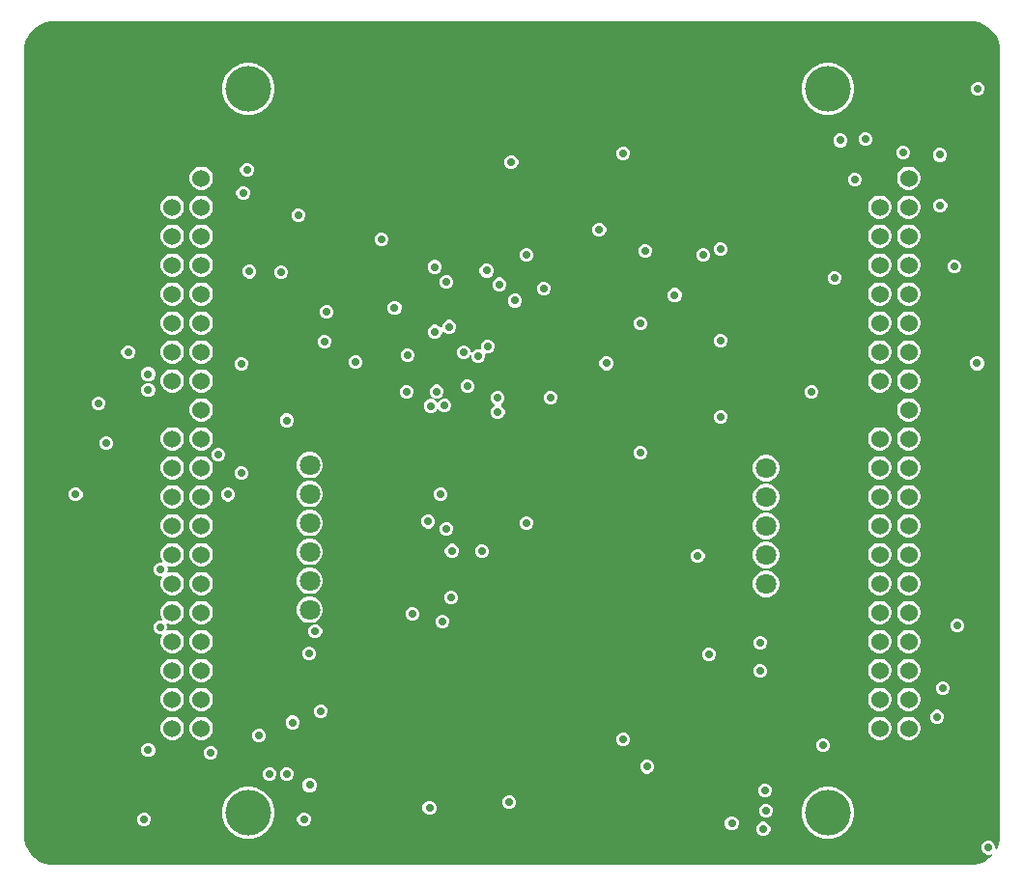
<source format=gbr>
%TF.GenerationSoftware,Altium Limited,Altium Designer,23.3.1 (30)*%
G04 Layer_Physical_Order=3*
G04 Layer_Color=16440176*
%FSLAX45Y45*%
%MOMM*%
%TF.SameCoordinates,5468FEB5-A0EC-45A8-B7CF-D9D5DC2F6AF5*%
%TF.FilePolarity,Positive*%
%TF.FileFunction,Copper,L3,Inr,Signal*%
%TF.Part,Single*%
G01*
G75*
%TA.AperFunction,ComponentPad*%
%ADD34C,1.52400*%
%TA.AperFunction,TestPad*%
%ADD35C,1.80000*%
%TA.AperFunction,ViaPad*%
%ADD36C,4.00000*%
%ADD37C,0.70000*%
G36*
X13520090Y10590239D02*
X13566315Y10571092D01*
X13607916Y10543294D01*
X13643295Y10507915D01*
X13671092Y10466314D01*
X13690239Y10420089D01*
X13700000Y10371017D01*
Y10346000D01*
Y3454000D01*
Y3428983D01*
X13690239Y3379911D01*
X13673100Y3338533D01*
X13660400Y3341060D01*
Y3362014D01*
X13651205Y3384214D01*
X13634213Y3401205D01*
X13612013Y3410400D01*
X13587987D01*
X13565787Y3401205D01*
X13548795Y3384214D01*
X13539600Y3362014D01*
Y3337986D01*
X13548795Y3315786D01*
X13565787Y3298795D01*
X13587987Y3289600D01*
X13612013D01*
X13630511Y3297262D01*
X13637706Y3286495D01*
X13607916Y3256705D01*
X13566315Y3228908D01*
X13520090Y3209761D01*
X13471017Y3200000D01*
X5378983D01*
X5329911Y3209761D01*
X5283686Y3228908D01*
X5242085Y3256705D01*
X5206706Y3292084D01*
X5178908Y3333686D01*
X5159761Y3379911D01*
X5150000Y3428983D01*
Y3454000D01*
Y7800000D01*
Y10346000D01*
Y10371017D01*
X5159761Y10420089D01*
X5178908Y10466314D01*
X5206706Y10507915D01*
X5242085Y10543294D01*
X5283686Y10571092D01*
X5329911Y10590239D01*
X5378983Y10600000D01*
X13471017D01*
X13520090Y10590239D01*
D02*
G37*
%LPC*%
G36*
X13517194Y10070540D02*
X13493166D01*
X13470966Y10061345D01*
X13453975Y10044354D01*
X13444780Y10022154D01*
Y9998126D01*
X13453975Y9975926D01*
X13470966Y9958935D01*
X13493166Y9949740D01*
X13517194D01*
X13539394Y9958935D01*
X13556384Y9975926D01*
X13565581Y9998126D01*
Y10022154D01*
X13556384Y10044354D01*
X13539394Y10061345D01*
X13517194Y10070540D01*
D02*
G37*
G36*
X12214200Y10233000D02*
X12169800D01*
X12126253Y10224338D01*
X12085233Y10207347D01*
X12048316Y10182680D01*
X12016920Y10151284D01*
X11992253Y10114367D01*
X11975262Y10073347D01*
X11966600Y10029800D01*
Y9985400D01*
X11975262Y9941853D01*
X11992253Y9900833D01*
X12016920Y9863916D01*
X12048316Y9832520D01*
X12085233Y9807853D01*
X12126253Y9790862D01*
X12169800Y9782200D01*
X12214200D01*
X12257747Y9790862D01*
X12298767Y9807853D01*
X12335684Y9832520D01*
X12367080Y9863916D01*
X12391747Y9900833D01*
X12408738Y9941853D01*
X12417400Y9985400D01*
Y10029800D01*
X12408738Y10073347D01*
X12391747Y10114367D01*
X12367080Y10151284D01*
X12335684Y10182680D01*
X12298767Y10207347D01*
X12257747Y10224338D01*
X12214200Y10233000D01*
D02*
G37*
G36*
X7134200D02*
X7089800D01*
X7046253Y10224338D01*
X7005233Y10207347D01*
X6968316Y10182680D01*
X6936920Y10151284D01*
X6912253Y10114367D01*
X6895262Y10073347D01*
X6886600Y10029800D01*
Y9985400D01*
X6895262Y9941853D01*
X6912253Y9900833D01*
X6936920Y9863916D01*
X6968316Y9832520D01*
X7005233Y9807853D01*
X7046253Y9790862D01*
X7089800Y9782200D01*
X7134200D01*
X7177747Y9790862D01*
X7218767Y9807853D01*
X7255684Y9832520D01*
X7287080Y9863916D01*
X7311747Y9900833D01*
X7328738Y9941853D01*
X7337400Y9985400D01*
Y10029800D01*
X7328738Y10073347D01*
X7311747Y10114367D01*
X7287080Y10151284D01*
X7255684Y10182680D01*
X7218767Y10207347D01*
X7177747Y10224338D01*
X7134200Y10233000D01*
D02*
G37*
G36*
X12531674Y9626040D02*
X12507646D01*
X12485446Y9616845D01*
X12468455Y9599854D01*
X12459260Y9577654D01*
Y9553626D01*
X12468455Y9531426D01*
X12485446Y9514435D01*
X12507646Y9505240D01*
X12531674D01*
X12553874Y9514435D01*
X12570865Y9531426D01*
X12580060Y9553626D01*
Y9577654D01*
X12570865Y9599854D01*
X12553874Y9616845D01*
X12531674Y9626040D01*
D02*
G37*
G36*
X12313234Y9615880D02*
X12289206D01*
X12267006Y9606685D01*
X12250015Y9589694D01*
X12240820Y9567494D01*
Y9543466D01*
X12250015Y9521266D01*
X12267006Y9504275D01*
X12289206Y9495080D01*
X12313234D01*
X12335434Y9504275D01*
X12352425Y9521266D01*
X12361620Y9543466D01*
Y9567494D01*
X12352425Y9589694D01*
X12335434Y9606685D01*
X12313234Y9615880D01*
D02*
G37*
G36*
X12862013Y9510400D02*
X12837987D01*
X12815787Y9501205D01*
X12798795Y9484214D01*
X12789600Y9462014D01*
Y9437986D01*
X12798795Y9415786D01*
X12815787Y9398795D01*
X12837987Y9389600D01*
X12862013D01*
X12884213Y9398795D01*
X12901205Y9415786D01*
X12910400Y9437986D01*
Y9462014D01*
X12901205Y9484214D01*
X12884213Y9501205D01*
X12862013Y9510400D01*
D02*
G37*
G36*
X10410774Y9504120D02*
X10386746D01*
X10364546Y9494925D01*
X10347555Y9477934D01*
X10338360Y9455734D01*
Y9431706D01*
X10347555Y9409506D01*
X10364546Y9392515D01*
X10386746Y9383320D01*
X10410774D01*
X10432974Y9392515D01*
X10449965Y9409506D01*
X10459160Y9431706D01*
Y9455734D01*
X10449965Y9477934D01*
X10432974Y9494925D01*
X10410774Y9504120D01*
D02*
G37*
G36*
X13184454Y9488880D02*
X13160426D01*
X13138226Y9479685D01*
X13121236Y9462694D01*
X13112041Y9440494D01*
Y9416466D01*
X13121236Y9394266D01*
X13138226Y9377275D01*
X13160426Y9368080D01*
X13184454D01*
X13206654Y9377275D01*
X13223645Y9394266D01*
X13232840Y9416466D01*
Y9440494D01*
X13223645Y9462694D01*
X13206654Y9479685D01*
X13184454Y9488880D01*
D02*
G37*
G36*
X9430673Y9427064D02*
X9406644D01*
X9384445Y9417869D01*
X9367454Y9400878D01*
X9358258Y9378679D01*
Y9354650D01*
X9367454Y9332451D01*
X9384445Y9315460D01*
X9406644Y9306265D01*
X9430673D01*
X9452872Y9315460D01*
X9469863Y9332451D01*
X9479058Y9354650D01*
Y9378679D01*
X9469863Y9400878D01*
X9452872Y9417869D01*
X9430673Y9427064D01*
D02*
G37*
G36*
X7112014Y9360400D02*
X7087986D01*
X7065786Y9351205D01*
X7048795Y9334214D01*
X7039600Y9312014D01*
Y9287986D01*
X7048795Y9265786D01*
X7065786Y9248795D01*
X7087986Y9239600D01*
X7112014D01*
X7134214Y9248795D01*
X7151205Y9265786D01*
X7160400Y9287986D01*
Y9312014D01*
X7151205Y9334214D01*
X7134214Y9351205D01*
X7112014Y9360400D01*
D02*
G37*
G36*
X12439634Y9272927D02*
X12415605D01*
X12393406Y9263732D01*
X12376415Y9246741D01*
X12367220Y9224541D01*
Y9200513D01*
X12376415Y9178313D01*
X12393406Y9161323D01*
X12415605Y9152127D01*
X12439634D01*
X12461833Y9161323D01*
X12478824Y9178313D01*
X12488019Y9200513D01*
Y9224541D01*
X12478824Y9246741D01*
X12461833Y9263732D01*
X12439634Y9272927D01*
D02*
G37*
G36*
X12913374Y9325601D02*
X12886624D01*
X12860783Y9318677D01*
X12837616Y9305301D01*
X12818700Y9286385D01*
X12805322Y9263217D01*
X12798400Y9237377D01*
Y9210625D01*
X12805322Y9184785D01*
X12818700Y9161617D01*
X12837616Y9142701D01*
X12860783Y9129325D01*
X12886624Y9122401D01*
X12913374D01*
X12939217Y9129325D01*
X12962384Y9142701D01*
X12981300Y9161617D01*
X12994676Y9184785D01*
X13001601Y9210625D01*
Y9237377D01*
X12994676Y9263217D01*
X12981300Y9286385D01*
X12962384Y9305301D01*
X12939217Y9318677D01*
X12913374Y9325601D01*
D02*
G37*
G36*
X6713378Y9325600D02*
X6686626D01*
X6660786Y9318676D01*
X6637618Y9305300D01*
X6618702Y9286384D01*
X6605326Y9263216D01*
X6598402Y9237376D01*
Y9210624D01*
X6605326Y9184784D01*
X6618702Y9161616D01*
X6637618Y9142700D01*
X6660786Y9129324D01*
X6686626Y9122400D01*
X6713378D01*
X6739218Y9129324D01*
X6762386Y9142700D01*
X6781302Y9161616D01*
X6794678Y9184784D01*
X6801602Y9210624D01*
Y9237376D01*
X6794678Y9263216D01*
X6781302Y9286384D01*
X6762386Y9305300D01*
X6739218Y9318676D01*
X6713378Y9325600D01*
D02*
G37*
G36*
X7078294Y9156140D02*
X7054266D01*
X7032066Y9146945D01*
X7015075Y9129954D01*
X7005880Y9107754D01*
Y9083726D01*
X7015075Y9061526D01*
X7032066Y9044535D01*
X7054266Y9035340D01*
X7078294D01*
X7100494Y9044535D01*
X7117485Y9061526D01*
X7126680Y9083726D01*
Y9107754D01*
X7117485Y9129954D01*
X7100494Y9146945D01*
X7078294Y9156140D01*
D02*
G37*
G36*
X13189690Y9044383D02*
X13165660D01*
X13143462Y9035188D01*
X13126469Y9018197D01*
X13117274Y8995997D01*
Y8971969D01*
X13126469Y8949769D01*
X13143462Y8932778D01*
X13165660Y8923583D01*
X13189690D01*
X13211888Y8932778D01*
X13228879Y8949769D01*
X13238074Y8971969D01*
Y8995997D01*
X13228879Y9018197D01*
X13211888Y9035188D01*
X13189690Y9044383D01*
D02*
G37*
G36*
X12913374Y9071601D02*
X12886624D01*
X12860783Y9064677D01*
X12837616Y9051301D01*
X12818700Y9032385D01*
X12805322Y9009217D01*
X12798400Y8983377D01*
Y8956625D01*
X12805322Y8930785D01*
X12818700Y8907617D01*
X12837616Y8888701D01*
X12860783Y8875325D01*
X12886624Y8868401D01*
X12913374D01*
X12939217Y8875325D01*
X12962384Y8888701D01*
X12981300Y8907617D01*
X12994676Y8930785D01*
X13001601Y8956625D01*
Y8983377D01*
X12994676Y9009217D01*
X12981300Y9032385D01*
X12962384Y9051301D01*
X12939217Y9064677D01*
X12913374Y9071601D01*
D02*
G37*
G36*
X12659375D02*
X12632624D01*
X12606784Y9064677D01*
X12583616Y9051301D01*
X12564699Y9032385D01*
X12551323Y9009217D01*
X12544400Y8983377D01*
Y8956625D01*
X12551323Y8930785D01*
X12564699Y8907617D01*
X12583616Y8888701D01*
X12606784Y8875325D01*
X12632624Y8868401D01*
X12659375D01*
X12685216Y8875325D01*
X12708384Y8888701D01*
X12727300Y8907617D01*
X12740676Y8930785D01*
X12747600Y8956625D01*
Y8983377D01*
X12740676Y9009217D01*
X12727300Y9032385D01*
X12708384Y9051301D01*
X12685216Y9064677D01*
X12659375Y9071601D01*
D02*
G37*
G36*
X6713378Y9071600D02*
X6686626D01*
X6660786Y9064676D01*
X6637618Y9051300D01*
X6618702Y9032384D01*
X6605326Y9009216D01*
X6598402Y8983376D01*
Y8956624D01*
X6605326Y8930784D01*
X6618702Y8907616D01*
X6637618Y8888700D01*
X6660786Y8875324D01*
X6686626Y8868400D01*
X6713378D01*
X6739218Y8875324D01*
X6762386Y8888700D01*
X6781302Y8907616D01*
X6794678Y8930784D01*
X6801602Y8956624D01*
Y8983376D01*
X6794678Y9009216D01*
X6781302Y9032384D01*
X6762386Y9051300D01*
X6739218Y9064676D01*
X6713378Y9071600D01*
D02*
G37*
G36*
X6459378D02*
X6432626D01*
X6406786Y9064676D01*
X6383618Y9051300D01*
X6364702Y9032384D01*
X6351326Y9009216D01*
X6344402Y8983376D01*
Y8956624D01*
X6351326Y8930784D01*
X6364702Y8907616D01*
X6383618Y8888700D01*
X6406786Y8875324D01*
X6432626Y8868400D01*
X6459378D01*
X6485218Y8875324D01*
X6508386Y8888700D01*
X6527302Y8907616D01*
X6540678Y8930784D01*
X6547602Y8956624D01*
Y8983376D01*
X6540678Y9009216D01*
X6527302Y9032384D01*
X6508386Y9051300D01*
X6485218Y9064676D01*
X6459378Y9071600D01*
D02*
G37*
G36*
X7562014Y8960400D02*
X7537986D01*
X7515786Y8951205D01*
X7498795Y8934214D01*
X7489600Y8912014D01*
Y8887986D01*
X7498795Y8865786D01*
X7515786Y8848795D01*
X7537986Y8839600D01*
X7562014D01*
X7584214Y8848795D01*
X7601205Y8865786D01*
X7610400Y8887986D01*
Y8912014D01*
X7601205Y8934214D01*
X7584214Y8951205D01*
X7562014Y8960400D01*
D02*
G37*
G36*
X10201254Y8832260D02*
X10177226D01*
X10155026Y8823065D01*
X10138035Y8806074D01*
X10128840Y8783874D01*
Y8759846D01*
X10138035Y8737646D01*
X10155026Y8720655D01*
X10177226Y8711460D01*
X10201254D01*
X10223454Y8720655D01*
X10240444Y8737646D01*
X10249640Y8759846D01*
Y8783874D01*
X10240444Y8806074D01*
X10223454Y8823065D01*
X10201254Y8832260D01*
D02*
G37*
G36*
X8289817Y8748203D02*
X8265789D01*
X8243589Y8739008D01*
X8226598Y8722017D01*
X8217403Y8699818D01*
Y8675789D01*
X8226598Y8653590D01*
X8243589Y8636599D01*
X8265789Y8627404D01*
X8289817D01*
X8312017Y8636599D01*
X8329007Y8653590D01*
X8338203Y8675789D01*
Y8699818D01*
X8329007Y8722017D01*
X8312017Y8739008D01*
X8289817Y8748203D01*
D02*
G37*
G36*
X12913374Y8817601D02*
X12886624D01*
X12860783Y8810677D01*
X12837616Y8797301D01*
X12818700Y8778385D01*
X12805322Y8755217D01*
X12798400Y8729377D01*
Y8702625D01*
X12805322Y8676785D01*
X12818700Y8653617D01*
X12837616Y8634701D01*
X12860783Y8621325D01*
X12886624Y8614401D01*
X12913374D01*
X12939217Y8621325D01*
X12962384Y8634701D01*
X12981300Y8653617D01*
X12994676Y8676785D01*
X13001601Y8702625D01*
Y8729377D01*
X12994676Y8755217D01*
X12981300Y8778385D01*
X12962384Y8797301D01*
X12939217Y8810677D01*
X12913374Y8817601D01*
D02*
G37*
G36*
X12659375D02*
X12632624D01*
X12606784Y8810677D01*
X12583616Y8797301D01*
X12564699Y8778385D01*
X12551323Y8755217D01*
X12544400Y8729377D01*
Y8702625D01*
X12551323Y8676785D01*
X12564699Y8653617D01*
X12583616Y8634701D01*
X12606784Y8621325D01*
X12632624Y8614401D01*
X12659375D01*
X12685216Y8621325D01*
X12708384Y8634701D01*
X12727300Y8653617D01*
X12740676Y8676785D01*
X12747600Y8702625D01*
Y8729377D01*
X12740676Y8755217D01*
X12727300Y8778385D01*
X12708384Y8797301D01*
X12685216Y8810677D01*
X12659375Y8817601D01*
D02*
G37*
G36*
X6713378Y8817600D02*
X6686626D01*
X6660786Y8810676D01*
X6637618Y8797300D01*
X6618702Y8778384D01*
X6605326Y8755216D01*
X6598402Y8729376D01*
Y8702624D01*
X6605326Y8676784D01*
X6618702Y8653616D01*
X6637618Y8634700D01*
X6660786Y8621324D01*
X6686626Y8614400D01*
X6713378D01*
X6739218Y8621324D01*
X6762386Y8634700D01*
X6781302Y8653616D01*
X6794678Y8676784D01*
X6801602Y8702624D01*
Y8729376D01*
X6794678Y8755216D01*
X6781302Y8778384D01*
X6762386Y8797300D01*
X6739218Y8810676D01*
X6713378Y8817600D01*
D02*
G37*
G36*
X6459378D02*
X6432626D01*
X6406786Y8810676D01*
X6383618Y8797300D01*
X6364702Y8778384D01*
X6351326Y8755216D01*
X6344402Y8729376D01*
Y8702624D01*
X6351326Y8676784D01*
X6364702Y8653616D01*
X6383618Y8634700D01*
X6406786Y8621324D01*
X6432626Y8614400D01*
X6459378D01*
X6485218Y8621324D01*
X6508386Y8634700D01*
X6527302Y8653616D01*
X6540678Y8676784D01*
X6547602Y8702624D01*
Y8729376D01*
X6540678Y8755216D01*
X6527302Y8778384D01*
X6508386Y8797300D01*
X6485218Y8810676D01*
X6459378Y8817600D01*
D02*
G37*
G36*
X11262014Y8660400D02*
X11237986D01*
X11215786Y8651205D01*
X11198795Y8634214D01*
X11189600Y8612014D01*
Y8587986D01*
X11198795Y8565786D01*
X11215786Y8548795D01*
X11237986Y8539600D01*
X11262014D01*
X11284214Y8548795D01*
X11301205Y8565786D01*
X11310400Y8587986D01*
Y8612014D01*
X11301205Y8634214D01*
X11284214Y8651205D01*
X11262014Y8660400D01*
D02*
G37*
G36*
X10602996Y8648140D02*
X10578968D01*
X10556768Y8638945D01*
X10539777Y8621954D01*
X10530582Y8599754D01*
Y8575726D01*
X10539777Y8553526D01*
X10556768Y8536535D01*
X10578968Y8527340D01*
X10602996D01*
X10625196Y8536535D01*
X10642187Y8553526D01*
X10651382Y8575726D01*
Y8599754D01*
X10642187Y8621954D01*
X10625196Y8638945D01*
X10602996Y8648140D01*
D02*
G37*
G36*
X11112014Y8610400D02*
X11087986D01*
X11065786Y8601205D01*
X11048795Y8584214D01*
X11039600Y8562014D01*
Y8537986D01*
X11048795Y8515786D01*
X11065786Y8498795D01*
X11087986Y8489600D01*
X11112014D01*
X11134214Y8498795D01*
X11151205Y8515786D01*
X11160400Y8537986D01*
Y8562014D01*
X11151205Y8584214D01*
X11134214Y8601205D01*
X11112014Y8610400D01*
D02*
G37*
G36*
X9562014D02*
X9537986D01*
X9515786Y8601205D01*
X9498795Y8584214D01*
X9489600Y8562014D01*
Y8537986D01*
X9498795Y8515786D01*
X9515786Y8498795D01*
X9537986Y8489600D01*
X9562014D01*
X9584214Y8498795D01*
X9601205Y8515786D01*
X9610400Y8537986D01*
Y8562014D01*
X9601205Y8584214D01*
X9584214Y8601205D01*
X9562014Y8610400D01*
D02*
G37*
G36*
X13312013Y8510400D02*
X13287987D01*
X13265787Y8501205D01*
X13248795Y8484214D01*
X13239600Y8462014D01*
Y8437986D01*
X13248795Y8415786D01*
X13265787Y8398795D01*
X13287987Y8389600D01*
X13312013D01*
X13334213Y8398795D01*
X13351205Y8415786D01*
X13360400Y8437986D01*
Y8462014D01*
X13351205Y8484214D01*
X13334213Y8501205D01*
X13312013Y8510400D01*
D02*
G37*
G36*
X8758124Y8506510D02*
X8734096D01*
X8711896Y8497314D01*
X8694905Y8480324D01*
X8685710Y8458124D01*
Y8434096D01*
X8694905Y8411896D01*
X8711896Y8394905D01*
X8734096Y8385710D01*
X8758124D01*
X8780324Y8394905D01*
X8797314Y8411896D01*
X8806510Y8434096D01*
Y8458124D01*
X8797314Y8480324D01*
X8780324Y8497314D01*
X8758124Y8506510D01*
D02*
G37*
G36*
X12913374Y8563601D02*
X12886624D01*
X12860783Y8556677D01*
X12837616Y8543301D01*
X12818700Y8524385D01*
X12805322Y8501217D01*
X12798400Y8475377D01*
Y8448625D01*
X12805322Y8422785D01*
X12818700Y8399617D01*
X12837616Y8380701D01*
X12860783Y8367325D01*
X12886624Y8360401D01*
X12913374D01*
X12939217Y8367325D01*
X12962384Y8380701D01*
X12981300Y8399617D01*
X12994676Y8422785D01*
X13001601Y8448625D01*
Y8475377D01*
X12994676Y8501217D01*
X12981300Y8524385D01*
X12962384Y8543301D01*
X12939217Y8556677D01*
X12913374Y8563601D01*
D02*
G37*
G36*
X12659375D02*
X12632624D01*
X12606784Y8556677D01*
X12583616Y8543301D01*
X12564699Y8524385D01*
X12551323Y8501217D01*
X12544400Y8475377D01*
Y8448625D01*
X12551323Y8422785D01*
X12564699Y8399617D01*
X12583616Y8380701D01*
X12606784Y8367325D01*
X12632624Y8360401D01*
X12659375D01*
X12685216Y8367325D01*
X12708384Y8380701D01*
X12727300Y8399617D01*
X12740676Y8422785D01*
X12747600Y8448625D01*
Y8475377D01*
X12740676Y8501217D01*
X12727300Y8524385D01*
X12708384Y8543301D01*
X12685216Y8556677D01*
X12659375Y8563601D01*
D02*
G37*
G36*
X6713378Y8563600D02*
X6686626D01*
X6660786Y8556676D01*
X6637618Y8543300D01*
X6618702Y8524384D01*
X6605326Y8501216D01*
X6598402Y8475376D01*
Y8448624D01*
X6605326Y8422784D01*
X6618702Y8399616D01*
X6637618Y8380700D01*
X6660786Y8367324D01*
X6686626Y8360400D01*
X6713378D01*
X6739218Y8367324D01*
X6762386Y8380700D01*
X6781302Y8399616D01*
X6794678Y8422784D01*
X6801602Y8448624D01*
Y8475376D01*
X6794678Y8501216D01*
X6781302Y8524384D01*
X6762386Y8543300D01*
X6739218Y8556676D01*
X6713378Y8563600D01*
D02*
G37*
G36*
X6459378D02*
X6432626D01*
X6406786Y8556676D01*
X6383618Y8543300D01*
X6364702Y8524384D01*
X6351326Y8501216D01*
X6344402Y8475376D01*
Y8448624D01*
X6351326Y8422784D01*
X6364702Y8399616D01*
X6383618Y8380700D01*
X6406786Y8367324D01*
X6432626Y8360400D01*
X6459378D01*
X6485218Y8367324D01*
X6508386Y8380700D01*
X6527302Y8399616D01*
X6540678Y8422784D01*
X6547602Y8448624D01*
Y8475376D01*
X6540678Y8501216D01*
X6527302Y8524384D01*
X6508386Y8543300D01*
X6485218Y8556676D01*
X6459378Y8563600D01*
D02*
G37*
G36*
X9211894Y8472880D02*
X9187866D01*
X9165666Y8463685D01*
X9148675Y8446694D01*
X9139480Y8424494D01*
Y8400466D01*
X9148675Y8378266D01*
X9165666Y8361275D01*
X9187866Y8352080D01*
X9211894D01*
X9234094Y8361275D01*
X9251085Y8378266D01*
X9260280Y8400466D01*
Y8424494D01*
X9251085Y8446694D01*
X9234094Y8463685D01*
X9211894Y8472880D01*
D02*
G37*
G36*
X7134174Y8465260D02*
X7110146D01*
X7087946Y8456065D01*
X7070955Y8439074D01*
X7061760Y8416874D01*
Y8392846D01*
X7070955Y8370646D01*
X7087946Y8353655D01*
X7110146Y8344460D01*
X7134174D01*
X7156374Y8353655D01*
X7173365Y8370646D01*
X7182560Y8392846D01*
Y8416874D01*
X7173365Y8439074D01*
X7156374Y8456065D01*
X7134174Y8465260D01*
D02*
G37*
G36*
X7412010Y8460398D02*
X7387981D01*
X7365782Y8451203D01*
X7348791Y8434212D01*
X7339595Y8412013D01*
Y8387984D01*
X7348791Y8365785D01*
X7365782Y8348794D01*
X7387981Y8339599D01*
X7412010D01*
X7434209Y8348794D01*
X7451200Y8365785D01*
X7460395Y8387984D01*
Y8412013D01*
X7451200Y8434212D01*
X7434209Y8451203D01*
X7412010Y8460398D01*
D02*
G37*
G36*
X12262014Y8410400D02*
X12237986D01*
X12215786Y8401205D01*
X12198795Y8384214D01*
X12189600Y8362014D01*
Y8337986D01*
X12198795Y8315786D01*
X12215786Y8298795D01*
X12237986Y8289600D01*
X12262014D01*
X12284214Y8298795D01*
X12301205Y8315786D01*
X12310400Y8337986D01*
Y8362014D01*
X12301205Y8384214D01*
X12284214Y8401205D01*
X12262014Y8410400D01*
D02*
G37*
G36*
X8861374Y8373820D02*
X8837346D01*
X8815146Y8364625D01*
X8798155Y8347634D01*
X8788960Y8325434D01*
Y8301406D01*
X8798155Y8279206D01*
X8815146Y8262215D01*
X8837346Y8253020D01*
X8861374D01*
X8883574Y8262215D01*
X8900565Y8279206D01*
X8909760Y8301406D01*
Y8325434D01*
X8900565Y8347634D01*
X8883574Y8364625D01*
X8861374Y8373820D01*
D02*
G37*
G36*
X9327174Y8353400D02*
X9303145D01*
X9280946Y8344205D01*
X9263955Y8327214D01*
X9254760Y8305014D01*
Y8280986D01*
X9263955Y8258786D01*
X9280946Y8241796D01*
X9303145Y8232600D01*
X9327174D01*
X9349373Y8241796D01*
X9366364Y8258786D01*
X9375560Y8280986D01*
Y8305014D01*
X9366364Y8327214D01*
X9349373Y8344205D01*
X9327174Y8353400D01*
D02*
G37*
G36*
X9713347Y8317311D02*
X9689319D01*
X9667119Y8308116D01*
X9650128Y8291125D01*
X9640933Y8268925D01*
Y8244897D01*
X9650128Y8222697D01*
X9667119Y8205706D01*
X9689319Y8196511D01*
X9713347D01*
X9735547Y8205706D01*
X9752538Y8222697D01*
X9761733Y8244897D01*
Y8268925D01*
X9752538Y8291125D01*
X9735547Y8308116D01*
X9713347Y8317311D01*
D02*
G37*
G36*
X10862014Y8260400D02*
X10837986D01*
X10815786Y8251205D01*
X10798795Y8234214D01*
X10789600Y8212014D01*
Y8187986D01*
X10798795Y8165786D01*
X10815786Y8148795D01*
X10837986Y8139600D01*
X10862014D01*
X10884214Y8148795D01*
X10901205Y8165786D01*
X10910400Y8187986D01*
Y8212014D01*
X10901205Y8234214D01*
X10884214Y8251205D01*
X10862014Y8260400D01*
D02*
G37*
G36*
X12913374Y8309601D02*
X12886624D01*
X12860783Y8302677D01*
X12837616Y8289301D01*
X12818700Y8270385D01*
X12805322Y8247217D01*
X12798400Y8221377D01*
Y8194625D01*
X12805322Y8168785D01*
X12818700Y8145617D01*
X12837616Y8126701D01*
X12860783Y8113325D01*
X12886624Y8106401D01*
X12913374D01*
X12939217Y8113325D01*
X12962384Y8126701D01*
X12981300Y8145617D01*
X12994676Y8168785D01*
X13001601Y8194625D01*
Y8221377D01*
X12994676Y8247217D01*
X12981300Y8270385D01*
X12962384Y8289301D01*
X12939217Y8302677D01*
X12913374Y8309601D01*
D02*
G37*
G36*
X12659375D02*
X12632624D01*
X12606784Y8302677D01*
X12583616Y8289301D01*
X12564699Y8270385D01*
X12551323Y8247217D01*
X12544400Y8221377D01*
Y8194625D01*
X12551323Y8168785D01*
X12564699Y8145617D01*
X12583616Y8126701D01*
X12606784Y8113325D01*
X12632624Y8106401D01*
X12659375D01*
X12685216Y8113325D01*
X12708384Y8126701D01*
X12727300Y8145617D01*
X12740676Y8168785D01*
X12747600Y8194625D01*
Y8221377D01*
X12740676Y8247217D01*
X12727300Y8270385D01*
X12708384Y8289301D01*
X12685216Y8302677D01*
X12659375Y8309601D01*
D02*
G37*
G36*
X6713378Y8309600D02*
X6686626D01*
X6660786Y8302676D01*
X6637618Y8289300D01*
X6618702Y8270384D01*
X6605326Y8247216D01*
X6598402Y8221376D01*
Y8194624D01*
X6605326Y8168784D01*
X6618702Y8145616D01*
X6637618Y8126700D01*
X6660786Y8113324D01*
X6686626Y8106400D01*
X6713378D01*
X6739218Y8113324D01*
X6762386Y8126700D01*
X6781302Y8145616D01*
X6794678Y8168784D01*
X6801602Y8194624D01*
Y8221376D01*
X6794678Y8247216D01*
X6781302Y8270384D01*
X6762386Y8289300D01*
X6739218Y8302676D01*
X6713378Y8309600D01*
D02*
G37*
G36*
X6459378D02*
X6432626D01*
X6406786Y8302676D01*
X6383618Y8289300D01*
X6364702Y8270384D01*
X6351326Y8247216D01*
X6344402Y8221376D01*
Y8194624D01*
X6351326Y8168784D01*
X6364702Y8145616D01*
X6383618Y8126700D01*
X6406786Y8113324D01*
X6432626Y8106400D01*
X6459378D01*
X6485218Y8113324D01*
X6508386Y8126700D01*
X6527302Y8145616D01*
X6540678Y8168784D01*
X6547602Y8194624D01*
Y8221376D01*
X6540678Y8247216D01*
X6527302Y8270384D01*
X6508386Y8289300D01*
X6485218Y8302676D01*
X6459378Y8309600D01*
D02*
G37*
G36*
X9462014Y8210400D02*
X9437986D01*
X9415786Y8201205D01*
X9398795Y8184214D01*
X9389600Y8162014D01*
Y8137986D01*
X9398795Y8115786D01*
X9415786Y8098795D01*
X9437986Y8089600D01*
X9462014D01*
X9484214Y8098795D01*
X9501205Y8115786D01*
X9510400Y8137986D01*
Y8162014D01*
X9501205Y8184214D01*
X9484214Y8201205D01*
X9462014Y8210400D01*
D02*
G37*
G36*
X8406545Y8147930D02*
X8382516D01*
X8360317Y8138734D01*
X8343326Y8121743D01*
X8334130Y8099544D01*
Y8075515D01*
X8343326Y8053316D01*
X8360317Y8036325D01*
X8382516Y8027130D01*
X8406545D01*
X8428744Y8036325D01*
X8445735Y8053316D01*
X8454930Y8075515D01*
Y8099544D01*
X8445735Y8121743D01*
X8428744Y8138734D01*
X8406545Y8147930D01*
D02*
G37*
G36*
X7812014Y8110400D02*
X7787986D01*
X7765786Y8101205D01*
X7748795Y8084214D01*
X7739600Y8062014D01*
Y8037986D01*
X7748795Y8015786D01*
X7765786Y7998795D01*
X7787986Y7989600D01*
X7812014D01*
X7834214Y7998795D01*
X7851205Y8015786D01*
X7860400Y8037986D01*
Y8062014D01*
X7851205Y8084214D01*
X7834214Y8101205D01*
X7812014Y8110400D01*
D02*
G37*
G36*
X8882514Y7980900D02*
X8858486D01*
X8836286Y7971704D01*
X8819295Y7954714D01*
X8810100Y7932514D01*
Y7920021D01*
X8797400Y7915600D01*
X8783535Y7929465D01*
X8761336Y7938660D01*
X8737307D01*
X8715108Y7929465D01*
X8698117Y7912474D01*
X8688921Y7890274D01*
Y7866246D01*
X8698117Y7844046D01*
X8715108Y7827055D01*
X8737307Y7817860D01*
X8761336D01*
X8783535Y7827055D01*
X8800526Y7844046D01*
X8809721Y7866246D01*
Y7878739D01*
X8822421Y7883160D01*
X8836286Y7869295D01*
X8858486Y7860100D01*
X8882514D01*
X8904714Y7869295D01*
X8921705Y7886286D01*
X8930900Y7908486D01*
Y7932514D01*
X8921705Y7954714D01*
X8904714Y7971704D01*
X8882514Y7980900D01*
D02*
G37*
G36*
X10562014Y8010400D02*
X10537986D01*
X10515786Y8001205D01*
X10498795Y7984214D01*
X10489600Y7962014D01*
Y7937986D01*
X10498795Y7915786D01*
X10515786Y7898795D01*
X10537986Y7889600D01*
X10562014D01*
X10584214Y7898795D01*
X10601205Y7915786D01*
X10610400Y7937986D01*
Y7962014D01*
X10601205Y7984214D01*
X10584214Y8001205D01*
X10562014Y8010400D01*
D02*
G37*
G36*
X12913374Y8055601D02*
X12886624D01*
X12860783Y8048677D01*
X12837616Y8035301D01*
X12818700Y8016385D01*
X12805322Y7993217D01*
X12798400Y7967377D01*
Y7940625D01*
X12805322Y7914785D01*
X12818700Y7891617D01*
X12837616Y7872701D01*
X12860783Y7859325D01*
X12886624Y7852401D01*
X12913374D01*
X12939217Y7859325D01*
X12962384Y7872701D01*
X12981300Y7891617D01*
X12994676Y7914785D01*
X13001601Y7940625D01*
Y7967377D01*
X12994676Y7993217D01*
X12981300Y8016385D01*
X12962384Y8035301D01*
X12939217Y8048677D01*
X12913374Y8055601D01*
D02*
G37*
G36*
X12659375D02*
X12632624D01*
X12606784Y8048677D01*
X12583616Y8035301D01*
X12564699Y8016385D01*
X12551323Y7993217D01*
X12544400Y7967377D01*
Y7940625D01*
X12551323Y7914785D01*
X12564699Y7891617D01*
X12583616Y7872701D01*
X12606784Y7859325D01*
X12632624Y7852401D01*
X12659375D01*
X12685216Y7859325D01*
X12708384Y7872701D01*
X12727300Y7891617D01*
X12740676Y7914785D01*
X12747600Y7940625D01*
Y7967377D01*
X12740676Y7993217D01*
X12727300Y8016385D01*
X12708384Y8035301D01*
X12685216Y8048677D01*
X12659375Y8055601D01*
D02*
G37*
G36*
X6713378Y8055600D02*
X6686626D01*
X6660786Y8048676D01*
X6637618Y8035300D01*
X6618702Y8016384D01*
X6605326Y7993216D01*
X6598402Y7967376D01*
Y7940624D01*
X6605326Y7914784D01*
X6618702Y7891616D01*
X6637618Y7872700D01*
X6660786Y7859324D01*
X6686626Y7852400D01*
X6713378D01*
X6739218Y7859324D01*
X6762386Y7872700D01*
X6781302Y7891616D01*
X6794678Y7914784D01*
X6801602Y7940624D01*
Y7967376D01*
X6794678Y7993216D01*
X6781302Y8016384D01*
X6762386Y8035300D01*
X6739218Y8048676D01*
X6713378Y8055600D01*
D02*
G37*
G36*
X6459378D02*
X6432626D01*
X6406786Y8048676D01*
X6383618Y8035300D01*
X6364702Y8016384D01*
X6351326Y7993216D01*
X6344402Y7967376D01*
Y7940624D01*
X6351326Y7914784D01*
X6364702Y7891616D01*
X6383618Y7872700D01*
X6406786Y7859324D01*
X6432626Y7852400D01*
X6459378D01*
X6485218Y7859324D01*
X6508386Y7872700D01*
X6527302Y7891616D01*
X6540678Y7914784D01*
X6547602Y7940624D01*
Y7967376D01*
X6540678Y7993216D01*
X6527302Y8016384D01*
X6508386Y8035300D01*
X6485218Y8048676D01*
X6459378Y8055600D01*
D02*
G37*
G36*
X11262014Y7860400D02*
X11237986D01*
X11215786Y7851205D01*
X11198795Y7834214D01*
X11189600Y7812014D01*
Y7787986D01*
X11198795Y7765786D01*
X11215786Y7748795D01*
X11237986Y7739600D01*
X11262014D01*
X11284214Y7748795D01*
X11301205Y7765786D01*
X11310400Y7787986D01*
Y7812014D01*
X11301205Y7834214D01*
X11284214Y7851205D01*
X11262014Y7860400D01*
D02*
G37*
G36*
X7792034Y7853120D02*
X7768006D01*
X7745806Y7843925D01*
X7728815Y7826934D01*
X7719620Y7804734D01*
Y7780706D01*
X7728815Y7758506D01*
X7745806Y7741515D01*
X7768006Y7732320D01*
X7792034D01*
X7814234Y7741515D01*
X7831225Y7758506D01*
X7840420Y7780706D01*
Y7804734D01*
X7831225Y7826934D01*
X7814234Y7843925D01*
X7792034Y7853120D01*
D02*
G37*
G36*
X9221236Y7809940D02*
X9197208D01*
X9175008Y7800745D01*
X9158017Y7783754D01*
X9148822Y7761554D01*
Y7737526D01*
X9150368Y7733794D01*
X9141388Y7724814D01*
X9138234Y7726120D01*
X9114206D01*
X9092006Y7716925D01*
X9075015Y7699934D01*
X9073100Y7695310D01*
X9060400Y7697836D01*
Y7712014D01*
X9051205Y7734214D01*
X9034214Y7751205D01*
X9012014Y7760400D01*
X8987986D01*
X8965786Y7751205D01*
X8948795Y7734214D01*
X8939600Y7712014D01*
Y7687986D01*
X8948795Y7665786D01*
X8965786Y7648795D01*
X8987986Y7639600D01*
X9012014D01*
X9034214Y7648795D01*
X9051205Y7665786D01*
X9053120Y7670410D01*
X9065820Y7667884D01*
Y7653706D01*
X9075015Y7631506D01*
X9092006Y7614515D01*
X9114206Y7605320D01*
X9138234D01*
X9160434Y7614515D01*
X9177425Y7631506D01*
X9186620Y7653706D01*
Y7677734D01*
X9185074Y7681466D01*
X9194055Y7690446D01*
X9197208Y7689140D01*
X9221236D01*
X9243436Y7698335D01*
X9260427Y7715326D01*
X9269622Y7737526D01*
Y7761554D01*
X9260427Y7783754D01*
X9243436Y7800745D01*
X9221236Y7809940D01*
D02*
G37*
G36*
X6071159Y7760400D02*
X6047130D01*
X6024931Y7751204D01*
X6007940Y7734214D01*
X5998745Y7712014D01*
Y7687986D01*
X6007940Y7665786D01*
X6024931Y7648795D01*
X6047130Y7639600D01*
X6071159D01*
X6093358Y7648795D01*
X6110349Y7665786D01*
X6119545Y7687986D01*
Y7712014D01*
X6110349Y7734214D01*
X6093358Y7751204D01*
X6071159Y7760400D01*
D02*
G37*
G36*
X8518474Y7731901D02*
X8494446D01*
X8472246Y7722706D01*
X8455255Y7705715D01*
X8446060Y7683515D01*
Y7659487D01*
X8455255Y7637287D01*
X8472246Y7620296D01*
X8494446Y7611101D01*
X8518474D01*
X8540674Y7620296D01*
X8557665Y7637287D01*
X8566860Y7659487D01*
Y7683515D01*
X8557665Y7705715D01*
X8540674Y7722706D01*
X8518474Y7731901D01*
D02*
G37*
G36*
X12913374Y7801601D02*
X12886624D01*
X12860783Y7794677D01*
X12837616Y7781301D01*
X12818700Y7762385D01*
X12805322Y7739217D01*
X12798400Y7713377D01*
Y7686625D01*
X12805322Y7660785D01*
X12818700Y7637617D01*
X12837616Y7618701D01*
X12860783Y7605325D01*
X12886624Y7598401D01*
X12913374D01*
X12939217Y7605325D01*
X12962384Y7618701D01*
X12981300Y7637617D01*
X12994676Y7660785D01*
X13001601Y7686625D01*
Y7713377D01*
X12994676Y7739217D01*
X12981300Y7762385D01*
X12962384Y7781301D01*
X12939217Y7794677D01*
X12913374Y7801601D01*
D02*
G37*
G36*
X12659375D02*
X12632624D01*
X12606784Y7794677D01*
X12583616Y7781301D01*
X12564699Y7762385D01*
X12551323Y7739217D01*
X12544400Y7713377D01*
Y7686625D01*
X12551323Y7660785D01*
X12564699Y7637617D01*
X12583616Y7618701D01*
X12606784Y7605325D01*
X12632624Y7598401D01*
X12659375D01*
X12685216Y7605325D01*
X12708384Y7618701D01*
X12727300Y7637617D01*
X12740676Y7660785D01*
X12747600Y7686625D01*
Y7713377D01*
X12740676Y7739217D01*
X12727300Y7762385D01*
X12708384Y7781301D01*
X12685216Y7794677D01*
X12659375Y7801601D01*
D02*
G37*
G36*
X6713378Y7801600D02*
X6686626D01*
X6660786Y7794676D01*
X6637618Y7781300D01*
X6618702Y7762384D01*
X6605326Y7739216D01*
X6598402Y7713376D01*
Y7686624D01*
X6605326Y7660784D01*
X6618702Y7637616D01*
X6637618Y7618700D01*
X6660786Y7605324D01*
X6686626Y7598400D01*
X6713378D01*
X6739218Y7605324D01*
X6762386Y7618700D01*
X6781302Y7637616D01*
X6794678Y7660784D01*
X6801602Y7686624D01*
Y7713376D01*
X6794678Y7739216D01*
X6781302Y7762384D01*
X6762386Y7781300D01*
X6739218Y7794676D01*
X6713378Y7801600D01*
D02*
G37*
G36*
X6459378D02*
X6432626D01*
X6406786Y7794676D01*
X6383618Y7781300D01*
X6364702Y7762384D01*
X6351326Y7739216D01*
X6344402Y7713376D01*
Y7686624D01*
X6351326Y7660784D01*
X6364702Y7637616D01*
X6383618Y7618700D01*
X6406786Y7605324D01*
X6432626Y7598400D01*
X6459378D01*
X6485218Y7605324D01*
X6508386Y7618700D01*
X6527302Y7637616D01*
X6540678Y7660784D01*
X6547602Y7686624D01*
Y7713376D01*
X6540678Y7739216D01*
X6527302Y7762384D01*
X6508386Y7781300D01*
X6485218Y7794676D01*
X6459378Y7801600D01*
D02*
G37*
G36*
X8066354Y7670240D02*
X8042326D01*
X8020126Y7661045D01*
X8003135Y7644054D01*
X7993940Y7621854D01*
Y7597826D01*
X8003135Y7575626D01*
X8020126Y7558635D01*
X8042326Y7549440D01*
X8066354D01*
X8088554Y7558635D01*
X8105545Y7575626D01*
X8114740Y7597826D01*
Y7621854D01*
X8105545Y7644054D01*
X8088554Y7661045D01*
X8066354Y7670240D01*
D02*
G37*
G36*
X13512013Y7660400D02*
X13487987D01*
X13465787Y7651205D01*
X13448795Y7634214D01*
X13439600Y7612014D01*
Y7587986D01*
X13448795Y7565786D01*
X13465787Y7548795D01*
X13487987Y7539600D01*
X13512013D01*
X13534213Y7548795D01*
X13551205Y7565786D01*
X13560400Y7587986D01*
Y7612014D01*
X13551205Y7634214D01*
X13534213Y7651205D01*
X13512013Y7660400D01*
D02*
G37*
G36*
X10262014D02*
X10237986D01*
X10215786Y7651205D01*
X10198795Y7634214D01*
X10189600Y7612014D01*
Y7587986D01*
X10198795Y7565786D01*
X10215786Y7548795D01*
X10237986Y7539600D01*
X10262014D01*
X10284214Y7548795D01*
X10301205Y7565786D01*
X10310400Y7587986D01*
Y7612014D01*
X10301205Y7634214D01*
X10284214Y7651205D01*
X10262014Y7660400D01*
D02*
G37*
G36*
X7063054Y7657540D02*
X7039026D01*
X7016826Y7648345D01*
X6999835Y7631354D01*
X6990640Y7609154D01*
Y7585126D01*
X6999835Y7562926D01*
X7016826Y7545935D01*
X7039026Y7536740D01*
X7063054D01*
X7085254Y7545935D01*
X7102245Y7562926D01*
X7111440Y7585126D01*
Y7609154D01*
X7102245Y7631354D01*
X7085254Y7648345D01*
X7063054Y7657540D01*
D02*
G37*
G36*
X6247714Y7566664D02*
X6223686D01*
X6201486Y7557469D01*
X6184495Y7540478D01*
X6175300Y7518278D01*
Y7494250D01*
X6184495Y7472050D01*
X6201486Y7455059D01*
X6223686Y7445864D01*
X6247714D01*
X6269914Y7455059D01*
X6286905Y7472050D01*
X6296100Y7494250D01*
Y7518278D01*
X6286905Y7540478D01*
X6269914Y7557469D01*
X6247714Y7566664D01*
D02*
G37*
G36*
X12913374Y7547601D02*
X12886624D01*
X12860783Y7540677D01*
X12837616Y7527301D01*
X12818700Y7508385D01*
X12805322Y7485217D01*
X12798400Y7459377D01*
Y7432625D01*
X12805322Y7406785D01*
X12818700Y7383617D01*
X12837616Y7364701D01*
X12860783Y7351325D01*
X12886624Y7344401D01*
X12913374D01*
X12939217Y7351325D01*
X12962384Y7364701D01*
X12981300Y7383617D01*
X12994676Y7406785D01*
X13001601Y7432625D01*
Y7459377D01*
X12994676Y7485217D01*
X12981300Y7508385D01*
X12962384Y7527301D01*
X12939217Y7540677D01*
X12913374Y7547601D01*
D02*
G37*
G36*
X12659375D02*
X12632624D01*
X12606784Y7540677D01*
X12583616Y7527301D01*
X12564699Y7508385D01*
X12551323Y7485217D01*
X12544400Y7459377D01*
Y7432625D01*
X12551323Y7406785D01*
X12564699Y7383617D01*
X12583616Y7364701D01*
X12606784Y7351325D01*
X12632624Y7344401D01*
X12659375D01*
X12685216Y7351325D01*
X12708384Y7364701D01*
X12727300Y7383617D01*
X12740676Y7406785D01*
X12747600Y7432625D01*
Y7459377D01*
X12740676Y7485217D01*
X12727300Y7508385D01*
X12708384Y7527301D01*
X12685216Y7540677D01*
X12659375Y7547601D01*
D02*
G37*
G36*
X6713378Y7547600D02*
X6686626D01*
X6660786Y7540676D01*
X6637618Y7527300D01*
X6618702Y7508384D01*
X6605326Y7485216D01*
X6598402Y7459376D01*
Y7432624D01*
X6605326Y7406784D01*
X6618702Y7383616D01*
X6637618Y7364700D01*
X6660786Y7351324D01*
X6686626Y7344400D01*
X6713378D01*
X6739218Y7351324D01*
X6762386Y7364700D01*
X6781302Y7383616D01*
X6794678Y7406784D01*
X6801602Y7432624D01*
Y7459376D01*
X6794678Y7485216D01*
X6781302Y7508384D01*
X6762386Y7527300D01*
X6739218Y7540676D01*
X6713378Y7547600D01*
D02*
G37*
G36*
X6459378D02*
X6432626D01*
X6406786Y7540676D01*
X6383618Y7527300D01*
X6364702Y7508384D01*
X6351326Y7485216D01*
X6344402Y7459376D01*
Y7432624D01*
X6351326Y7406784D01*
X6364702Y7383616D01*
X6383618Y7364700D01*
X6406786Y7351324D01*
X6432626Y7344400D01*
X6459378D01*
X6485218Y7351324D01*
X6508386Y7364700D01*
X6527302Y7383616D01*
X6540678Y7406784D01*
X6547602Y7432624D01*
Y7459376D01*
X6540678Y7485216D01*
X6527302Y7508384D01*
X6508386Y7527300D01*
X6485218Y7540676D01*
X6459378Y7547600D01*
D02*
G37*
G36*
X9044376Y7460141D02*
X9020347D01*
X8998148Y7450946D01*
X8981157Y7433955D01*
X8971962Y7411756D01*
Y7387727D01*
X8981157Y7365528D01*
X8998148Y7348537D01*
X9020347Y7339341D01*
X9044376D01*
X9066575Y7348537D01*
X9083566Y7365528D01*
X9092762Y7387727D01*
Y7411756D01*
X9083566Y7433955D01*
X9066575Y7450946D01*
X9044376Y7460141D01*
D02*
G37*
G36*
X6247714Y7427670D02*
X6223686D01*
X6201486Y7418475D01*
X6184495Y7401484D01*
X6175300Y7379284D01*
Y7355256D01*
X6184495Y7333056D01*
X6201486Y7316065D01*
X6223686Y7306870D01*
X6247714D01*
X6269914Y7316065D01*
X6286905Y7333056D01*
X6296100Y7355256D01*
Y7379284D01*
X6286905Y7401484D01*
X6269914Y7418475D01*
X6247714Y7427670D01*
D02*
G37*
G36*
X8777554Y7413700D02*
X8753526D01*
X8731326Y7404505D01*
X8714335Y7387514D01*
X8705140Y7365314D01*
Y7341286D01*
X8714335Y7319086D01*
X8731326Y7302095D01*
X8753526Y7292900D01*
X8777554D01*
X8799754Y7302095D01*
X8816745Y7319086D01*
X8825940Y7341286D01*
Y7365314D01*
X8816745Y7387514D01*
X8799754Y7404505D01*
X8777554Y7413700D01*
D02*
G37*
G36*
X8510854Y7411160D02*
X8486826D01*
X8464626Y7401965D01*
X8447635Y7384974D01*
X8438440Y7362774D01*
Y7338746D01*
X8447635Y7316546D01*
X8464626Y7299555D01*
X8486826Y7290360D01*
X8510854D01*
X8533054Y7299555D01*
X8550045Y7316546D01*
X8559240Y7338746D01*
Y7362774D01*
X8550045Y7384974D01*
X8533054Y7401965D01*
X8510854Y7411160D01*
D02*
G37*
G36*
X12062014Y7410400D02*
X12037986D01*
X12015786Y7401205D01*
X11998795Y7384214D01*
X11989600Y7362014D01*
Y7337986D01*
X11998795Y7315786D01*
X12015786Y7298795D01*
X12037986Y7289600D01*
X12062014D01*
X12084214Y7298795D01*
X12101205Y7315786D01*
X12110400Y7337986D01*
Y7362014D01*
X12101205Y7384214D01*
X12084214Y7401205D01*
X12062014Y7410400D01*
D02*
G37*
G36*
X8843594Y7291780D02*
X8819566D01*
X8797366Y7282585D01*
X8780375Y7265594D01*
X8777952Y7259743D01*
X8765252D01*
X8764705Y7261062D01*
X8747714Y7278053D01*
X8725515Y7287249D01*
X8701486D01*
X8679287Y7278053D01*
X8662296Y7261062D01*
X8653101Y7238863D01*
Y7214834D01*
X8662296Y7192635D01*
X8679287Y7175644D01*
X8701486Y7166449D01*
X8725515D01*
X8747714Y7175644D01*
X8764705Y7192635D01*
X8767129Y7198486D01*
X8779829D01*
X8780375Y7197166D01*
X8797366Y7180175D01*
X8819566Y7170980D01*
X8843594D01*
X8865794Y7180175D01*
X8882785Y7197166D01*
X8891980Y7219366D01*
Y7243394D01*
X8882785Y7265594D01*
X8865794Y7282585D01*
X8843594Y7291780D01*
D02*
G37*
G36*
X9773234Y7360360D02*
X9749206D01*
X9727006Y7351165D01*
X9710015Y7334174D01*
X9700820Y7311974D01*
Y7287946D01*
X9710015Y7265746D01*
X9727006Y7248755D01*
X9749206Y7239560D01*
X9773234D01*
X9795434Y7248755D01*
X9812425Y7265746D01*
X9821620Y7287946D01*
Y7311974D01*
X9812425Y7334174D01*
X9795434Y7351165D01*
X9773234Y7360360D01*
D02*
G37*
G36*
X5812014Y7310400D02*
X5787986D01*
X5765786Y7301205D01*
X5748795Y7284214D01*
X5739600Y7262014D01*
Y7237986D01*
X5748795Y7215786D01*
X5765786Y7198795D01*
X5787986Y7189600D01*
X5812014D01*
X5834214Y7198795D01*
X5851205Y7215786D01*
X5860400Y7237986D01*
Y7262014D01*
X5851205Y7284214D01*
X5834214Y7301205D01*
X5812014Y7310400D01*
D02*
G37*
G36*
X9309595Y7356100D02*
X9285566D01*
X9263367Y7346905D01*
X9246376Y7329914D01*
X9237180Y7307714D01*
Y7283686D01*
X9246376Y7261486D01*
X9263367Y7244495D01*
X9270448Y7241562D01*
Y7227816D01*
X9265786Y7225885D01*
X9248795Y7208894D01*
X9239600Y7186694D01*
Y7162666D01*
X9248795Y7140466D01*
X9265786Y7123475D01*
X9287986Y7114280D01*
X9312014D01*
X9334214Y7123475D01*
X9351205Y7140466D01*
X9360400Y7162666D01*
Y7186694D01*
X9351205Y7208894D01*
X9334214Y7225885D01*
X9327132Y7228818D01*
Y7242564D01*
X9331794Y7244495D01*
X9348785Y7261486D01*
X9357980Y7283686D01*
Y7307714D01*
X9348785Y7329914D01*
X9331794Y7346905D01*
X9309595Y7356100D01*
D02*
G37*
G36*
X12913374Y7293601D02*
X12886624D01*
X12860783Y7286677D01*
X12837616Y7273301D01*
X12818700Y7254385D01*
X12805322Y7231217D01*
X12798400Y7205377D01*
Y7178625D01*
X12805322Y7152785D01*
X12818700Y7129617D01*
X12837616Y7110701D01*
X12860783Y7097325D01*
X12886624Y7090401D01*
X12913374D01*
X12939217Y7097325D01*
X12962384Y7110701D01*
X12981300Y7129617D01*
X12994676Y7152785D01*
X13001601Y7178625D01*
Y7205377D01*
X12994676Y7231217D01*
X12981300Y7254385D01*
X12962384Y7273301D01*
X12939217Y7286677D01*
X12913374Y7293601D01*
D02*
G37*
G36*
X6713378Y7293600D02*
X6686626D01*
X6660786Y7286676D01*
X6637618Y7273300D01*
X6618702Y7254384D01*
X6605326Y7231216D01*
X6598402Y7205376D01*
Y7178624D01*
X6605326Y7152784D01*
X6618702Y7129616D01*
X6637618Y7110700D01*
X6660786Y7097324D01*
X6686626Y7090400D01*
X6713378D01*
X6739218Y7097324D01*
X6762386Y7110700D01*
X6781302Y7129616D01*
X6794678Y7152784D01*
X6801602Y7178624D01*
Y7205376D01*
X6794678Y7231216D01*
X6781302Y7254384D01*
X6762386Y7273300D01*
X6739218Y7286676D01*
X6713378Y7293600D01*
D02*
G37*
G36*
X11266754Y7192720D02*
X11242726D01*
X11220526Y7183525D01*
X11203535Y7166534D01*
X11194340Y7144334D01*
Y7120306D01*
X11203535Y7098106D01*
X11220526Y7081115D01*
X11242726Y7071920D01*
X11266754D01*
X11288954Y7081115D01*
X11305945Y7098106D01*
X11315140Y7120306D01*
Y7144334D01*
X11305945Y7166534D01*
X11288954Y7183525D01*
X11266754Y7192720D01*
D02*
G37*
G36*
X7462014Y7160400D02*
X7437986D01*
X7415786Y7151205D01*
X7398795Y7134214D01*
X7389600Y7112014D01*
Y7087986D01*
X7398795Y7065786D01*
X7415786Y7048795D01*
X7437986Y7039600D01*
X7462014D01*
X7484214Y7048795D01*
X7501205Y7065786D01*
X7510400Y7087986D01*
Y7112014D01*
X7501205Y7134214D01*
X7484214Y7151205D01*
X7462014Y7160400D01*
D02*
G37*
G36*
X5879014Y6960400D02*
X5854986D01*
X5832786Y6951205D01*
X5815795Y6934214D01*
X5806600Y6912014D01*
Y6887986D01*
X5815795Y6865786D01*
X5832786Y6848795D01*
X5854986Y6839600D01*
X5879014D01*
X5901214Y6848795D01*
X5918205Y6865786D01*
X5927400Y6887986D01*
Y6912014D01*
X5918205Y6934214D01*
X5901214Y6951205D01*
X5879014Y6960400D01*
D02*
G37*
G36*
X12913374Y7039601D02*
X12886624D01*
X12860783Y7032677D01*
X12837616Y7019301D01*
X12818700Y7000385D01*
X12805322Y6977217D01*
X12798400Y6951377D01*
Y6924625D01*
X12805322Y6898785D01*
X12818700Y6875617D01*
X12837616Y6856701D01*
X12860783Y6843325D01*
X12886624Y6836401D01*
X12913374D01*
X12939217Y6843325D01*
X12962384Y6856701D01*
X12981300Y6875617D01*
X12994676Y6898785D01*
X13001601Y6924625D01*
Y6951377D01*
X12994676Y6977217D01*
X12981300Y7000385D01*
X12962384Y7019301D01*
X12939217Y7032677D01*
X12913374Y7039601D01*
D02*
G37*
G36*
X12659375D02*
X12632624D01*
X12606784Y7032677D01*
X12583616Y7019301D01*
X12564699Y7000385D01*
X12551323Y6977217D01*
X12544400Y6951377D01*
Y6924625D01*
X12551323Y6898785D01*
X12564699Y6875617D01*
X12583616Y6856701D01*
X12606784Y6843325D01*
X12632624Y6836401D01*
X12659375D01*
X12685216Y6843325D01*
X12708384Y6856701D01*
X12727300Y6875617D01*
X12740676Y6898785D01*
X12747600Y6924625D01*
Y6951377D01*
X12740676Y6977217D01*
X12727300Y7000385D01*
X12708384Y7019301D01*
X12685216Y7032677D01*
X12659375Y7039601D01*
D02*
G37*
G36*
X6713378Y7039600D02*
X6686626D01*
X6660786Y7032676D01*
X6637618Y7019300D01*
X6618702Y7000384D01*
X6605326Y6977216D01*
X6598402Y6951376D01*
Y6924624D01*
X6605326Y6898784D01*
X6618702Y6875616D01*
X6637618Y6856700D01*
X6660786Y6843324D01*
X6686626Y6836400D01*
X6713378D01*
X6739218Y6843324D01*
X6762386Y6856700D01*
X6781302Y6875616D01*
X6794678Y6898784D01*
X6801602Y6924624D01*
Y6951376D01*
X6794678Y6977216D01*
X6781302Y7000384D01*
X6762386Y7019300D01*
X6739218Y7032676D01*
X6713378Y7039600D01*
D02*
G37*
G36*
X6459378D02*
X6432626D01*
X6406786Y7032676D01*
X6383618Y7019300D01*
X6364702Y7000384D01*
X6351326Y6977216D01*
X6344402Y6951376D01*
Y6924624D01*
X6351326Y6898784D01*
X6364702Y6875616D01*
X6383618Y6856700D01*
X6406786Y6843324D01*
X6432626Y6836400D01*
X6459378D01*
X6485218Y6843324D01*
X6508386Y6856700D01*
X6527302Y6875616D01*
X6540678Y6898784D01*
X6547602Y6924624D01*
Y6951376D01*
X6540678Y6977216D01*
X6527302Y7000384D01*
X6508386Y7019300D01*
X6485218Y7032676D01*
X6459378Y7039600D01*
D02*
G37*
G36*
X10559929Y6877400D02*
X10535900D01*
X10513701Y6868204D01*
X10496710Y6851214D01*
X10487514Y6829014D01*
Y6804986D01*
X10496710Y6782786D01*
X10513701Y6765795D01*
X10535900Y6756600D01*
X10559929D01*
X10582128Y6765795D01*
X10599119Y6782786D01*
X10608314Y6804986D01*
Y6829014D01*
X10599119Y6851214D01*
X10582128Y6868204D01*
X10559929Y6877400D01*
D02*
G37*
G36*
X6862013Y6860402D02*
X6837985D01*
X6815785Y6851206D01*
X6798794Y6834215D01*
X6789599Y6812016D01*
Y6787987D01*
X6798794Y6765788D01*
X6815785Y6748797D01*
X6837985Y6739602D01*
X6862013D01*
X6884213Y6748797D01*
X6901204Y6765788D01*
X6910399Y6787987D01*
Y6812016D01*
X6901204Y6834215D01*
X6884213Y6851206D01*
X6862013Y6860402D01*
D02*
G37*
G36*
X7665195Y6823398D02*
X7634810D01*
X7605460Y6815533D01*
X7579145Y6800340D01*
X7557660Y6778855D01*
X7542467Y6752540D01*
X7534603Y6723191D01*
Y6692805D01*
X7542467Y6663455D01*
X7557660Y6637141D01*
X7579145Y6615655D01*
X7605460Y6600462D01*
X7634810Y6592598D01*
X7665195D01*
X7694545Y6600462D01*
X7720860Y6615655D01*
X7742345Y6637141D01*
X7757538Y6663455D01*
X7765402Y6692805D01*
Y6723191D01*
X7757538Y6752540D01*
X7742345Y6778855D01*
X7720860Y6800340D01*
X7694545Y6815533D01*
X7665195Y6823398D01*
D02*
G37*
G36*
X12913374Y6785601D02*
X12886624D01*
X12860783Y6778677D01*
X12837616Y6765301D01*
X12818700Y6746385D01*
X12805322Y6723217D01*
X12798400Y6697377D01*
Y6670625D01*
X12805322Y6644785D01*
X12818700Y6621617D01*
X12837616Y6602701D01*
X12860783Y6589325D01*
X12886624Y6582401D01*
X12913374D01*
X12939217Y6589325D01*
X12962384Y6602701D01*
X12981300Y6621617D01*
X12994676Y6644785D01*
X13001601Y6670625D01*
Y6697377D01*
X12994676Y6723217D01*
X12981300Y6746385D01*
X12962384Y6765301D01*
X12939217Y6778677D01*
X12913374Y6785601D01*
D02*
G37*
G36*
X12659375D02*
X12632624D01*
X12606784Y6778677D01*
X12583616Y6765301D01*
X12564699Y6746385D01*
X12551323Y6723217D01*
X12544400Y6697377D01*
Y6670625D01*
X12551323Y6644785D01*
X12564699Y6621617D01*
X12583616Y6602701D01*
X12606784Y6589325D01*
X12632624Y6582401D01*
X12659375D01*
X12685216Y6589325D01*
X12708384Y6602701D01*
X12727300Y6621617D01*
X12740676Y6644785D01*
X12747600Y6670625D01*
Y6697377D01*
X12740676Y6723217D01*
X12727300Y6746385D01*
X12708384Y6765301D01*
X12685216Y6778677D01*
X12659375Y6785601D01*
D02*
G37*
G36*
X6713378Y6785600D02*
X6686626D01*
X6660786Y6778676D01*
X6637618Y6765300D01*
X6618702Y6746384D01*
X6605326Y6723216D01*
X6598402Y6697376D01*
Y6670624D01*
X6605326Y6644784D01*
X6618702Y6621616D01*
X6637618Y6602700D01*
X6660786Y6589324D01*
X6686626Y6582400D01*
X6713378D01*
X6739218Y6589324D01*
X6762386Y6602700D01*
X6781302Y6621616D01*
X6794678Y6644784D01*
X6801602Y6670624D01*
Y6697376D01*
X6794678Y6723216D01*
X6781302Y6746384D01*
X6762386Y6765300D01*
X6739218Y6778676D01*
X6713378Y6785600D01*
D02*
G37*
G36*
X6459378D02*
X6432626D01*
X6406786Y6778676D01*
X6383618Y6765300D01*
X6364702Y6746384D01*
X6351326Y6723216D01*
X6344402Y6697376D01*
Y6670624D01*
X6351326Y6644784D01*
X6364702Y6621616D01*
X6383618Y6602700D01*
X6406786Y6589324D01*
X6432626Y6582400D01*
X6459378D01*
X6485218Y6589324D01*
X6508386Y6602700D01*
X6527302Y6621616D01*
X6540678Y6644784D01*
X6547602Y6670624D01*
Y6697376D01*
X6540678Y6723216D01*
X6527302Y6746384D01*
X6508386Y6765300D01*
X6485218Y6778676D01*
X6459378Y6785600D01*
D02*
G37*
G36*
X7063054Y6697420D02*
X7039026D01*
X7016826Y6688225D01*
X6999835Y6671234D01*
X6990640Y6649034D01*
Y6625006D01*
X6999835Y6602806D01*
X7016826Y6585815D01*
X7039026Y6576620D01*
X7063054D01*
X7085254Y6585815D01*
X7102245Y6602806D01*
X7111440Y6625006D01*
Y6649034D01*
X7102245Y6671234D01*
X7085254Y6688225D01*
X7063054Y6697420D01*
D02*
G37*
G36*
X11665192Y6796402D02*
X11634807D01*
X11605457Y6788538D01*
X11579142Y6773345D01*
X11557657Y6751860D01*
X11542464Y6725545D01*
X11534600Y6696195D01*
Y6665810D01*
X11542464Y6636460D01*
X11557657Y6610146D01*
X11579142Y6588660D01*
X11605457Y6573467D01*
X11634807Y6565603D01*
X11665192D01*
X11694542Y6573467D01*
X11720857Y6588660D01*
X11742342Y6610146D01*
X11757535Y6636460D01*
X11765399Y6665810D01*
Y6696195D01*
X11757535Y6725545D01*
X11742342Y6751860D01*
X11720857Y6773345D01*
X11694542Y6788538D01*
X11665192Y6796402D01*
D02*
G37*
G36*
X8812014Y6510400D02*
X8787986D01*
X8765786Y6501205D01*
X8748795Y6484214D01*
X8739600Y6462014D01*
Y6437986D01*
X8748795Y6415786D01*
X8765786Y6398795D01*
X8787986Y6389600D01*
X8812014D01*
X8834214Y6398795D01*
X8851205Y6415786D01*
X8860400Y6437986D01*
Y6462014D01*
X8851205Y6484214D01*
X8834214Y6501205D01*
X8812014Y6510400D01*
D02*
G37*
G36*
X5612014D02*
X5587986D01*
X5565786Y6501205D01*
X5548795Y6484214D01*
X5539600Y6462014D01*
Y6437986D01*
X5548795Y6415786D01*
X5565786Y6398795D01*
X5587986Y6389600D01*
X5612014D01*
X5634214Y6398795D01*
X5651205Y6415786D01*
X5660400Y6437986D01*
Y6462014D01*
X5651205Y6484214D01*
X5634214Y6501205D01*
X5612014Y6510400D01*
D02*
G37*
G36*
X6946214Y6509460D02*
X6922186D01*
X6899986Y6500265D01*
X6882995Y6483274D01*
X6873800Y6461074D01*
Y6437046D01*
X6882995Y6414846D01*
X6899986Y6397855D01*
X6922186Y6388660D01*
X6946214D01*
X6968414Y6397855D01*
X6985405Y6414846D01*
X6994600Y6437046D01*
Y6461074D01*
X6985405Y6483274D01*
X6968414Y6500265D01*
X6946214Y6509460D01*
D02*
G37*
G36*
X7665195Y6569398D02*
X7634810D01*
X7605460Y6561533D01*
X7579145Y6546340D01*
X7557660Y6524855D01*
X7542467Y6498540D01*
X7534603Y6469191D01*
Y6438805D01*
X7542467Y6409455D01*
X7557660Y6383141D01*
X7579145Y6361655D01*
X7605460Y6346462D01*
X7634810Y6338598D01*
X7665195D01*
X7694545Y6346462D01*
X7720860Y6361655D01*
X7742345Y6383141D01*
X7757538Y6409455D01*
X7765402Y6438805D01*
Y6469191D01*
X7757538Y6498540D01*
X7742345Y6524855D01*
X7720860Y6546340D01*
X7694545Y6561533D01*
X7665195Y6569398D01*
D02*
G37*
G36*
X12913374Y6531601D02*
X12886624D01*
X12860783Y6524677D01*
X12837616Y6511301D01*
X12818700Y6492385D01*
X12805322Y6469217D01*
X12798400Y6443377D01*
Y6416625D01*
X12805322Y6390785D01*
X12818700Y6367617D01*
X12837616Y6348701D01*
X12860783Y6335325D01*
X12886624Y6328401D01*
X12913374D01*
X12939217Y6335325D01*
X12962384Y6348701D01*
X12981300Y6367617D01*
X12994676Y6390785D01*
X13001601Y6416625D01*
Y6443377D01*
X12994676Y6469217D01*
X12981300Y6492385D01*
X12962384Y6511301D01*
X12939217Y6524677D01*
X12913374Y6531601D01*
D02*
G37*
G36*
X12659375D02*
X12632624D01*
X12606784Y6524677D01*
X12583616Y6511301D01*
X12564699Y6492385D01*
X12551323Y6469217D01*
X12544400Y6443377D01*
Y6416625D01*
X12551323Y6390785D01*
X12564699Y6367617D01*
X12583616Y6348701D01*
X12606784Y6335325D01*
X12632624Y6328401D01*
X12659375D01*
X12685216Y6335325D01*
X12708384Y6348701D01*
X12727300Y6367617D01*
X12740676Y6390785D01*
X12747600Y6416625D01*
Y6443377D01*
X12740676Y6469217D01*
X12727300Y6492385D01*
X12708384Y6511301D01*
X12685216Y6524677D01*
X12659375Y6531601D01*
D02*
G37*
G36*
X6713378Y6531600D02*
X6686626D01*
X6660786Y6524676D01*
X6637618Y6511300D01*
X6618702Y6492384D01*
X6605326Y6469216D01*
X6598402Y6443376D01*
Y6416624D01*
X6605326Y6390784D01*
X6618702Y6367616D01*
X6637618Y6348700D01*
X6660786Y6335324D01*
X6686626Y6328400D01*
X6713378D01*
X6739218Y6335324D01*
X6762386Y6348700D01*
X6781302Y6367616D01*
X6794678Y6390784D01*
X6801602Y6416624D01*
Y6443376D01*
X6794678Y6469216D01*
X6781302Y6492384D01*
X6762386Y6511300D01*
X6739218Y6524676D01*
X6713378Y6531600D01*
D02*
G37*
G36*
X6459378D02*
X6432626D01*
X6406786Y6524676D01*
X6383618Y6511300D01*
X6364702Y6492384D01*
X6351326Y6469216D01*
X6344402Y6443376D01*
Y6416624D01*
X6351326Y6390784D01*
X6364702Y6367616D01*
X6383618Y6348700D01*
X6406786Y6335324D01*
X6432626Y6328400D01*
X6459378D01*
X6485218Y6335324D01*
X6508386Y6348700D01*
X6527302Y6367616D01*
X6540678Y6390784D01*
X6547602Y6416624D01*
Y6443376D01*
X6540678Y6469216D01*
X6527302Y6492384D01*
X6508386Y6511300D01*
X6485218Y6524676D01*
X6459378Y6531600D01*
D02*
G37*
G36*
X11665192Y6542402D02*
X11634807D01*
X11605457Y6534538D01*
X11579142Y6519345D01*
X11557657Y6497860D01*
X11542464Y6471545D01*
X11534600Y6442195D01*
Y6411810D01*
X11542464Y6382460D01*
X11557657Y6356146D01*
X11579142Y6334660D01*
X11605457Y6319467D01*
X11634807Y6311603D01*
X11665192D01*
X11694542Y6319467D01*
X11720857Y6334660D01*
X11742342Y6356146D01*
X11757535Y6382460D01*
X11765399Y6411810D01*
Y6442195D01*
X11757535Y6471545D01*
X11742342Y6497860D01*
X11720857Y6519345D01*
X11694542Y6534538D01*
X11665192Y6542402D01*
D02*
G37*
G36*
X8700037Y6272377D02*
X8676009D01*
X8653809Y6263182D01*
X8636818Y6246191D01*
X8627623Y6223991D01*
Y6199963D01*
X8636818Y6177763D01*
X8653809Y6160773D01*
X8676009Y6151577D01*
X8700037D01*
X8722237Y6160773D01*
X8739227Y6177763D01*
X8748423Y6199963D01*
Y6223991D01*
X8739227Y6246191D01*
X8722237Y6263182D01*
X8700037Y6272377D01*
D02*
G37*
G36*
X9562014Y6260400D02*
X9537986D01*
X9515786Y6251205D01*
X9498795Y6234214D01*
X9489600Y6212014D01*
Y6187986D01*
X9498795Y6165786D01*
X9515786Y6148795D01*
X9537986Y6139600D01*
X9562014D01*
X9584214Y6148795D01*
X9601205Y6165786D01*
X9610400Y6187986D01*
Y6212014D01*
X9601205Y6234214D01*
X9584214Y6251205D01*
X9562014Y6260400D01*
D02*
G37*
G36*
X8862014Y6210400D02*
X8837986D01*
X8815786Y6201205D01*
X8798795Y6184214D01*
X8789600Y6162014D01*
Y6137986D01*
X8798795Y6115786D01*
X8815786Y6098795D01*
X8837986Y6089600D01*
X8862014D01*
X8884214Y6098795D01*
X8901205Y6115786D01*
X8910400Y6137986D01*
Y6162014D01*
X8901205Y6184214D01*
X8884214Y6201205D01*
X8862014Y6210400D01*
D02*
G37*
G36*
X7665195Y6315398D02*
X7634810D01*
X7605460Y6307533D01*
X7579145Y6292340D01*
X7557660Y6270855D01*
X7542467Y6244540D01*
X7534603Y6215191D01*
Y6184805D01*
X7542467Y6155455D01*
X7557660Y6129141D01*
X7579145Y6107655D01*
X7605460Y6092462D01*
X7634810Y6084598D01*
X7665195D01*
X7694545Y6092462D01*
X7720860Y6107655D01*
X7742345Y6129141D01*
X7757538Y6155455D01*
X7765402Y6184805D01*
Y6215191D01*
X7757538Y6244540D01*
X7742345Y6270855D01*
X7720860Y6292340D01*
X7694545Y6307533D01*
X7665195Y6315398D01*
D02*
G37*
G36*
X12913374Y6277601D02*
X12886624D01*
X12860783Y6270677D01*
X12837616Y6257301D01*
X12818700Y6238385D01*
X12805322Y6215217D01*
X12798400Y6189377D01*
Y6162625D01*
X12805322Y6136785D01*
X12818700Y6113617D01*
X12837616Y6094701D01*
X12860783Y6081325D01*
X12886624Y6074401D01*
X12913374D01*
X12939217Y6081325D01*
X12962384Y6094701D01*
X12981300Y6113617D01*
X12994676Y6136785D01*
X13001601Y6162625D01*
Y6189377D01*
X12994676Y6215217D01*
X12981300Y6238385D01*
X12962384Y6257301D01*
X12939217Y6270677D01*
X12913374Y6277601D01*
D02*
G37*
G36*
X12659375D02*
X12632624D01*
X12606784Y6270677D01*
X12583616Y6257301D01*
X12564699Y6238385D01*
X12551323Y6215217D01*
X12544400Y6189377D01*
Y6162625D01*
X12551323Y6136785D01*
X12564699Y6113617D01*
X12583616Y6094701D01*
X12606784Y6081325D01*
X12632624Y6074401D01*
X12659375D01*
X12685216Y6081325D01*
X12708384Y6094701D01*
X12727300Y6113617D01*
X12740676Y6136785D01*
X12747600Y6162625D01*
Y6189377D01*
X12740676Y6215217D01*
X12727300Y6238385D01*
X12708384Y6257301D01*
X12685216Y6270677D01*
X12659375Y6277601D01*
D02*
G37*
G36*
X6713378Y6277600D02*
X6686626D01*
X6660786Y6270676D01*
X6637618Y6257300D01*
X6618702Y6238384D01*
X6605326Y6215216D01*
X6598402Y6189376D01*
Y6162624D01*
X6605326Y6136784D01*
X6618702Y6113616D01*
X6637618Y6094700D01*
X6660786Y6081324D01*
X6686626Y6074400D01*
X6713378D01*
X6739218Y6081324D01*
X6762386Y6094700D01*
X6781302Y6113616D01*
X6794678Y6136784D01*
X6801602Y6162624D01*
Y6189376D01*
X6794678Y6215216D01*
X6781302Y6238384D01*
X6762386Y6257300D01*
X6739218Y6270676D01*
X6713378Y6277600D01*
D02*
G37*
G36*
X6459378D02*
X6432626D01*
X6406786Y6270676D01*
X6383618Y6257300D01*
X6364702Y6238384D01*
X6351326Y6215216D01*
X6344402Y6189376D01*
Y6162624D01*
X6351326Y6136784D01*
X6364702Y6113616D01*
X6383618Y6094700D01*
X6406786Y6081324D01*
X6432626Y6074400D01*
X6459378D01*
X6485218Y6081324D01*
X6508386Y6094700D01*
X6527302Y6113616D01*
X6540678Y6136784D01*
X6547602Y6162624D01*
Y6189376D01*
X6540678Y6215216D01*
X6527302Y6238384D01*
X6508386Y6257300D01*
X6485218Y6270676D01*
X6459378Y6277600D01*
D02*
G37*
G36*
X11665192Y6288402D02*
X11634807D01*
X11605457Y6280538D01*
X11579142Y6265345D01*
X11557657Y6243860D01*
X11542464Y6217545D01*
X11534600Y6188195D01*
Y6157810D01*
X11542464Y6128460D01*
X11557657Y6102146D01*
X11579142Y6080660D01*
X11605457Y6065467D01*
X11634807Y6057603D01*
X11665192D01*
X11694542Y6065467D01*
X11720857Y6080660D01*
X11742342Y6102146D01*
X11757535Y6128460D01*
X11765399Y6157810D01*
Y6188195D01*
X11757535Y6217545D01*
X11742342Y6243860D01*
X11720857Y6265345D01*
X11694542Y6280538D01*
X11665192Y6288402D01*
D02*
G37*
G36*
X8907439Y6016700D02*
X8883410D01*
X8861211Y6007505D01*
X8844220Y5990514D01*
X8835024Y5968314D01*
Y5944286D01*
X8844220Y5922086D01*
X8861211Y5905095D01*
X8883410Y5895900D01*
X8907439D01*
X8929638Y5905095D01*
X8946629Y5922086D01*
X8955824Y5944286D01*
Y5968314D01*
X8946629Y5990514D01*
X8929638Y6007505D01*
X8907439Y6016700D01*
D02*
G37*
G36*
X9170830Y6010400D02*
X9146801D01*
X9124602Y6001205D01*
X9107611Y5984214D01*
X9098415Y5962014D01*
Y5937986D01*
X9107611Y5915786D01*
X9124602Y5898795D01*
X9146801Y5889600D01*
X9170830D01*
X9193029Y5898795D01*
X9210020Y5915786D01*
X9219215Y5937986D01*
Y5962014D01*
X9210020Y5984214D01*
X9193029Y6001205D01*
X9170830Y6010400D01*
D02*
G37*
G36*
X11064382Y5973520D02*
X11040354D01*
X11018154Y5964325D01*
X11001163Y5947334D01*
X10991968Y5925134D01*
Y5901106D01*
X11001163Y5878906D01*
X11018154Y5861915D01*
X11040354Y5852720D01*
X11064382D01*
X11086582Y5861915D01*
X11103573Y5878906D01*
X11112768Y5901106D01*
Y5925134D01*
X11103573Y5947334D01*
X11086582Y5964325D01*
X11064382Y5973520D01*
D02*
G37*
G36*
X7665195Y6061398D02*
X7634810D01*
X7605460Y6053533D01*
X7579145Y6038340D01*
X7557660Y6016855D01*
X7542467Y5990540D01*
X7534603Y5961191D01*
Y5930805D01*
X7542467Y5901455D01*
X7557660Y5875141D01*
X7579145Y5853655D01*
X7605460Y5838462D01*
X7634810Y5830598D01*
X7665195D01*
X7694545Y5838462D01*
X7720860Y5853655D01*
X7742345Y5875141D01*
X7757538Y5901455D01*
X7765402Y5930805D01*
Y5961191D01*
X7757538Y5990540D01*
X7742345Y6016855D01*
X7720860Y6038340D01*
X7694545Y6053533D01*
X7665195Y6061398D01*
D02*
G37*
G36*
X12913374Y6023601D02*
X12886624D01*
X12860783Y6016677D01*
X12837616Y6003301D01*
X12818700Y5984385D01*
X12805322Y5961217D01*
X12798400Y5935377D01*
Y5908625D01*
X12805322Y5882785D01*
X12818700Y5859617D01*
X12837616Y5840701D01*
X12860783Y5827325D01*
X12886624Y5820401D01*
X12913374D01*
X12939217Y5827325D01*
X12962384Y5840701D01*
X12981300Y5859617D01*
X12994676Y5882785D01*
X13001601Y5908625D01*
Y5935377D01*
X12994676Y5961217D01*
X12981300Y5984385D01*
X12962384Y6003301D01*
X12939217Y6016677D01*
X12913374Y6023601D01*
D02*
G37*
G36*
X12659375D02*
X12632624D01*
X12606784Y6016677D01*
X12583616Y6003301D01*
X12564699Y5984385D01*
X12551323Y5961217D01*
X12544400Y5935377D01*
Y5908625D01*
X12551323Y5882785D01*
X12564699Y5859617D01*
X12583616Y5840701D01*
X12606784Y5827325D01*
X12632624Y5820401D01*
X12659375D01*
X12685216Y5827325D01*
X12708384Y5840701D01*
X12727300Y5859617D01*
X12740676Y5882785D01*
X12747600Y5908625D01*
Y5935377D01*
X12740676Y5961217D01*
X12727300Y5984385D01*
X12708384Y6003301D01*
X12685216Y6016677D01*
X12659375Y6023601D01*
D02*
G37*
G36*
X6713378Y6023600D02*
X6686626D01*
X6660786Y6016676D01*
X6637618Y6003300D01*
X6618702Y5984384D01*
X6605326Y5961216D01*
X6598402Y5935376D01*
Y5908624D01*
X6605326Y5882784D01*
X6618702Y5859616D01*
X6637618Y5840700D01*
X6660786Y5827324D01*
X6686626Y5820400D01*
X6713378D01*
X6739218Y5827324D01*
X6762386Y5840700D01*
X6781302Y5859616D01*
X6794678Y5882784D01*
X6801602Y5908624D01*
Y5935376D01*
X6794678Y5961216D01*
X6781302Y5984384D01*
X6762386Y6003300D01*
X6739218Y6016676D01*
X6713378Y6023600D01*
D02*
G37*
G36*
X6459378D02*
X6432626D01*
X6406786Y6016676D01*
X6383618Y6003300D01*
X6364702Y5984384D01*
X6351326Y5961216D01*
X6344402Y5935376D01*
Y5908624D01*
X6351326Y5882784D01*
X6361089Y5865873D01*
X6359984Y5862753D01*
X6353198Y5854140D01*
X6332906D01*
X6310706Y5844945D01*
X6293715Y5827954D01*
X6284520Y5805754D01*
Y5781726D01*
X6293715Y5759526D01*
X6310706Y5742535D01*
X6332906Y5733340D01*
X6351743D01*
X6359508Y5722153D01*
X6359634Y5721607D01*
X6351326Y5707216D01*
X6344402Y5681376D01*
Y5654624D01*
X6351326Y5628784D01*
X6364702Y5605616D01*
X6383618Y5586700D01*
X6406786Y5573324D01*
X6432626Y5566400D01*
X6459378D01*
X6485218Y5573324D01*
X6508386Y5586700D01*
X6527302Y5605616D01*
X6540678Y5628784D01*
X6547602Y5654624D01*
Y5681376D01*
X6540678Y5707216D01*
X6527302Y5730384D01*
X6508386Y5749300D01*
X6485218Y5762676D01*
X6459378Y5769600D01*
X6432626D01*
X6411724Y5763999D01*
X6402136Y5773745D01*
X6402074Y5773890D01*
X6405320Y5781726D01*
Y5805754D01*
X6400971Y5816255D01*
X6402448Y5819066D01*
X6410550Y5826315D01*
X6432626Y5820400D01*
X6459378D01*
X6485218Y5827324D01*
X6508386Y5840700D01*
X6527302Y5859616D01*
X6540678Y5882784D01*
X6547602Y5908624D01*
Y5935376D01*
X6540678Y5961216D01*
X6527302Y5984384D01*
X6508386Y6003300D01*
X6485218Y6016676D01*
X6459378Y6023600D01*
D02*
G37*
G36*
X11665192Y6034402D02*
X11634807D01*
X11605457Y6026538D01*
X11579142Y6011345D01*
X11557657Y5989860D01*
X11542464Y5963545D01*
X11534600Y5934195D01*
Y5903810D01*
X11542464Y5874460D01*
X11557657Y5848146D01*
X11579142Y5826660D01*
X11605457Y5811467D01*
X11634807Y5803603D01*
X11665192D01*
X11694542Y5811467D01*
X11720857Y5826660D01*
X11742342Y5848146D01*
X11757535Y5874460D01*
X11765399Y5903810D01*
Y5934195D01*
X11757535Y5963545D01*
X11742342Y5989860D01*
X11720857Y6011345D01*
X11694542Y6026538D01*
X11665192Y6034402D01*
D02*
G37*
G36*
X7665195Y5807398D02*
X7634810D01*
X7605460Y5799533D01*
X7579145Y5784340D01*
X7557660Y5762855D01*
X7542467Y5736540D01*
X7534603Y5707191D01*
Y5676805D01*
X7542467Y5647455D01*
X7557660Y5621141D01*
X7579145Y5599655D01*
X7605460Y5584462D01*
X7634810Y5576598D01*
X7665195D01*
X7694545Y5584462D01*
X7720860Y5599655D01*
X7742345Y5621141D01*
X7757538Y5647455D01*
X7765402Y5676805D01*
Y5707191D01*
X7757538Y5736540D01*
X7742345Y5762855D01*
X7720860Y5784340D01*
X7694545Y5799533D01*
X7665195Y5807398D01*
D02*
G37*
G36*
X12913374Y5769601D02*
X12886624D01*
X12860783Y5762677D01*
X12837616Y5749301D01*
X12818700Y5730385D01*
X12805322Y5707217D01*
X12798400Y5681377D01*
Y5654625D01*
X12805322Y5628785D01*
X12818700Y5605617D01*
X12837616Y5586701D01*
X12860783Y5573325D01*
X12886624Y5566401D01*
X12913374D01*
X12939217Y5573325D01*
X12962384Y5586701D01*
X12981300Y5605617D01*
X12994676Y5628785D01*
X13001601Y5654625D01*
Y5681377D01*
X12994676Y5707217D01*
X12981300Y5730385D01*
X12962384Y5749301D01*
X12939217Y5762677D01*
X12913374Y5769601D01*
D02*
G37*
G36*
X12659375D02*
X12632624D01*
X12606784Y5762677D01*
X12583616Y5749301D01*
X12564699Y5730385D01*
X12551323Y5707217D01*
X12544400Y5681377D01*
Y5654625D01*
X12551323Y5628785D01*
X12564699Y5605617D01*
X12583616Y5586701D01*
X12606784Y5573325D01*
X12632624Y5566401D01*
X12659375D01*
X12685216Y5573325D01*
X12708384Y5586701D01*
X12727300Y5605617D01*
X12740676Y5628785D01*
X12747600Y5654625D01*
Y5681377D01*
X12740676Y5707217D01*
X12727300Y5730385D01*
X12708384Y5749301D01*
X12685216Y5762677D01*
X12659375Y5769601D01*
D02*
G37*
G36*
X6713378Y5769600D02*
X6686626D01*
X6660786Y5762676D01*
X6637618Y5749300D01*
X6618702Y5730384D01*
X6605326Y5707216D01*
X6598402Y5681376D01*
Y5654624D01*
X6605326Y5628784D01*
X6618702Y5605616D01*
X6637618Y5586700D01*
X6660786Y5573324D01*
X6686626Y5566400D01*
X6713378D01*
X6739218Y5573324D01*
X6762386Y5586700D01*
X6781302Y5605616D01*
X6794678Y5628784D01*
X6801602Y5654624D01*
Y5681376D01*
X6794678Y5707216D01*
X6781302Y5730384D01*
X6762386Y5749300D01*
X6739218Y5762676D01*
X6713378Y5769600D01*
D02*
G37*
G36*
X11665192Y5780402D02*
X11634807D01*
X11605457Y5772538D01*
X11579142Y5757345D01*
X11557657Y5735860D01*
X11542464Y5709545D01*
X11534600Y5680195D01*
Y5649810D01*
X11542464Y5620460D01*
X11557657Y5594146D01*
X11579142Y5572660D01*
X11605457Y5557467D01*
X11634807Y5549603D01*
X11665192D01*
X11694542Y5557467D01*
X11720857Y5572660D01*
X11742342Y5594146D01*
X11757535Y5620460D01*
X11765399Y5649810D01*
Y5680195D01*
X11757535Y5709545D01*
X11742342Y5735860D01*
X11720857Y5757345D01*
X11694542Y5772538D01*
X11665192Y5780402D01*
D02*
G37*
G36*
X8901984Y5605485D02*
X8877955D01*
X8855756Y5596289D01*
X8838765Y5579298D01*
X8829570Y5557099D01*
Y5533070D01*
X8838765Y5510871D01*
X8855756Y5493880D01*
X8877955Y5484685D01*
X8901984D01*
X8924183Y5493880D01*
X8941174Y5510871D01*
X8950369Y5533070D01*
Y5557099D01*
X8941174Y5579298D01*
X8924183Y5596289D01*
X8901984Y5605485D01*
D02*
G37*
G36*
X6459378Y5515600D02*
X6432626D01*
X6406786Y5508676D01*
X6383618Y5495300D01*
X6364702Y5476384D01*
X6351326Y5453216D01*
X6344402Y5427376D01*
Y5400624D01*
X6351326Y5374784D01*
X6362464Y5355492D01*
X6353621Y5345408D01*
X6351854Y5346140D01*
X6327826D01*
X6305626Y5336945D01*
X6288635Y5319954D01*
X6279440Y5297754D01*
Y5273726D01*
X6288635Y5251526D01*
X6305626Y5234535D01*
X6327826Y5225340D01*
X6351854D01*
X6360552Y5215196D01*
X6351326Y5199216D01*
X6344402Y5173376D01*
Y5146624D01*
X6351326Y5120784D01*
X6364702Y5097616D01*
X6383618Y5078700D01*
X6406786Y5065324D01*
X6432626Y5058400D01*
X6459378D01*
X6485218Y5065324D01*
X6508386Y5078700D01*
X6527302Y5097616D01*
X6540678Y5120784D01*
X6547602Y5146624D01*
Y5173376D01*
X6540678Y5199216D01*
X6527302Y5222384D01*
X6508386Y5241300D01*
X6485218Y5254676D01*
X6459378Y5261600D01*
X6432626D01*
X6406786Y5254676D01*
X6405879Y5254153D01*
X6395795Y5262996D01*
X6400240Y5273726D01*
Y5297754D01*
X6394424Y5311796D01*
X6404507Y5320639D01*
X6406786Y5319324D01*
X6432626Y5312400D01*
X6459378D01*
X6485218Y5319324D01*
X6508386Y5332700D01*
X6527302Y5351616D01*
X6540678Y5374784D01*
X6547602Y5400624D01*
Y5427376D01*
X6540678Y5453216D01*
X6527302Y5476384D01*
X6508386Y5495300D01*
X6485218Y5508676D01*
X6459378Y5515600D01*
D02*
G37*
G36*
X8562014Y5460400D02*
X8537986D01*
X8515786Y5451205D01*
X8498795Y5434214D01*
X8489600Y5412014D01*
Y5387986D01*
X8498795Y5365786D01*
X8515786Y5348795D01*
X8537986Y5339600D01*
X8562014D01*
X8584214Y5348795D01*
X8601205Y5365786D01*
X8610400Y5387986D01*
Y5412014D01*
X8601205Y5434214D01*
X8584214Y5451205D01*
X8562014Y5460400D01*
D02*
G37*
G36*
X7665195Y5553398D02*
X7634810D01*
X7605460Y5545533D01*
X7579145Y5530340D01*
X7557660Y5508855D01*
X7542467Y5482540D01*
X7534603Y5453191D01*
Y5422805D01*
X7542467Y5393455D01*
X7557660Y5367141D01*
X7579145Y5345655D01*
X7605460Y5330462D01*
X7634810Y5322598D01*
X7665195D01*
X7694545Y5330462D01*
X7720860Y5345655D01*
X7742345Y5367141D01*
X7757538Y5393455D01*
X7765402Y5422805D01*
Y5453191D01*
X7757538Y5482540D01*
X7742345Y5508855D01*
X7720860Y5530340D01*
X7694545Y5545533D01*
X7665195Y5553398D01*
D02*
G37*
G36*
X12913374Y5515601D02*
X12886624D01*
X12860783Y5508677D01*
X12837616Y5495301D01*
X12818700Y5476385D01*
X12805322Y5453217D01*
X12798400Y5427377D01*
Y5400625D01*
X12805322Y5374785D01*
X12818700Y5351617D01*
X12837616Y5332701D01*
X12860783Y5319325D01*
X12886624Y5312401D01*
X12913374D01*
X12939217Y5319325D01*
X12962384Y5332701D01*
X12981300Y5351617D01*
X12994676Y5374785D01*
X13001601Y5400625D01*
Y5427377D01*
X12994676Y5453217D01*
X12981300Y5476385D01*
X12962384Y5495301D01*
X12939217Y5508677D01*
X12913374Y5515601D01*
D02*
G37*
G36*
X12659375D02*
X12632624D01*
X12606784Y5508677D01*
X12583616Y5495301D01*
X12564699Y5476385D01*
X12551323Y5453217D01*
X12544400Y5427377D01*
Y5400625D01*
X12551323Y5374785D01*
X12564699Y5351617D01*
X12583616Y5332701D01*
X12606784Y5319325D01*
X12632624Y5312401D01*
X12659375D01*
X12685216Y5319325D01*
X12708384Y5332701D01*
X12727300Y5351617D01*
X12740676Y5374785D01*
X12747600Y5400625D01*
Y5427377D01*
X12740676Y5453217D01*
X12727300Y5476385D01*
X12708384Y5495301D01*
X12685216Y5508677D01*
X12659375Y5515601D01*
D02*
G37*
G36*
X6713378Y5515600D02*
X6686626D01*
X6660786Y5508676D01*
X6637618Y5495300D01*
X6618702Y5476384D01*
X6605326Y5453216D01*
X6598402Y5427376D01*
Y5400624D01*
X6605326Y5374784D01*
X6618702Y5351616D01*
X6637618Y5332700D01*
X6660786Y5319324D01*
X6686626Y5312400D01*
X6713378D01*
X6739218Y5319324D01*
X6762386Y5332700D01*
X6781302Y5351616D01*
X6794678Y5374784D01*
X6801602Y5400624D01*
Y5427376D01*
X6794678Y5453216D01*
X6781302Y5476384D01*
X6762386Y5495300D01*
X6739218Y5508676D01*
X6713378Y5515600D01*
D02*
G37*
G36*
X8825994Y5396760D02*
X8801965D01*
X8779766Y5387565D01*
X8762775Y5370574D01*
X8753580Y5348374D01*
Y5324346D01*
X8762775Y5302146D01*
X8779766Y5285156D01*
X8801965Y5275960D01*
X8825994D01*
X8848193Y5285156D01*
X8865184Y5302146D01*
X8874380Y5324346D01*
Y5348374D01*
X8865184Y5370574D01*
X8848193Y5387565D01*
X8825994Y5396760D01*
D02*
G37*
G36*
X13337714Y5360400D02*
X13313686D01*
X13291486Y5351205D01*
X13274495Y5334214D01*
X13265300Y5312014D01*
Y5287986D01*
X13274495Y5265786D01*
X13291486Y5248795D01*
X13313686Y5239600D01*
X13337714D01*
X13359914Y5248795D01*
X13376904Y5265786D01*
X13386099Y5287986D01*
Y5312014D01*
X13376904Y5334214D01*
X13359914Y5351205D01*
X13337714Y5360400D01*
D02*
G37*
G36*
X7712014Y5310400D02*
X7687986D01*
X7665786Y5301205D01*
X7648795Y5284214D01*
X7639600Y5262014D01*
Y5237986D01*
X7648795Y5215786D01*
X7665786Y5198795D01*
X7687986Y5189600D01*
X7712014D01*
X7734214Y5198795D01*
X7751205Y5215786D01*
X7760400Y5237986D01*
Y5262014D01*
X7751205Y5284214D01*
X7734214Y5301205D01*
X7712014Y5310400D01*
D02*
G37*
G36*
X11612014Y5210400D02*
X11587986D01*
X11565786Y5201205D01*
X11548795Y5184214D01*
X11539600Y5162014D01*
Y5137986D01*
X11548795Y5115786D01*
X11565786Y5098795D01*
X11587986Y5089600D01*
X11612014D01*
X11634214Y5098795D01*
X11651205Y5115786D01*
X11660400Y5137986D01*
Y5162014D01*
X11651205Y5184214D01*
X11634214Y5201205D01*
X11612014Y5210400D01*
D02*
G37*
G36*
X12913374Y5261601D02*
X12886624D01*
X12860783Y5254677D01*
X12837616Y5241301D01*
X12818700Y5222385D01*
X12805322Y5199217D01*
X12798400Y5173377D01*
Y5146625D01*
X12805322Y5120785D01*
X12818700Y5097617D01*
X12837616Y5078701D01*
X12860783Y5065325D01*
X12886624Y5058401D01*
X12913374D01*
X12939217Y5065325D01*
X12962384Y5078701D01*
X12981300Y5097617D01*
X12994676Y5120785D01*
X13001601Y5146625D01*
Y5173377D01*
X12994676Y5199217D01*
X12981300Y5222385D01*
X12962384Y5241301D01*
X12939217Y5254677D01*
X12913374Y5261601D01*
D02*
G37*
G36*
X12659375D02*
X12632624D01*
X12606784Y5254677D01*
X12583616Y5241301D01*
X12564699Y5222385D01*
X12551323Y5199217D01*
X12544400Y5173377D01*
Y5146625D01*
X12551323Y5120785D01*
X12564699Y5097617D01*
X12583616Y5078701D01*
X12606784Y5065325D01*
X12632624Y5058401D01*
X12659375D01*
X12685216Y5065325D01*
X12708384Y5078701D01*
X12727300Y5097617D01*
X12740676Y5120785D01*
X12747600Y5146625D01*
Y5173377D01*
X12740676Y5199217D01*
X12727300Y5222385D01*
X12708384Y5241301D01*
X12685216Y5254677D01*
X12659375Y5261601D01*
D02*
G37*
G36*
X6713378Y5261600D02*
X6686626D01*
X6660786Y5254676D01*
X6637618Y5241300D01*
X6618702Y5222384D01*
X6605326Y5199216D01*
X6598402Y5173376D01*
Y5146624D01*
X6605326Y5120784D01*
X6618702Y5097616D01*
X6637618Y5078700D01*
X6660786Y5065324D01*
X6686626Y5058400D01*
X6713378D01*
X6739218Y5065324D01*
X6762386Y5078700D01*
X6781302Y5097616D01*
X6794678Y5120784D01*
X6801602Y5146624D01*
Y5173376D01*
X6794678Y5199216D01*
X6781302Y5222384D01*
X6762386Y5241300D01*
X6739218Y5254676D01*
X6713378Y5261600D01*
D02*
G37*
G36*
X7657523Y5114891D02*
X7633495D01*
X7611295Y5105695D01*
X7594304Y5088705D01*
X7585109Y5066505D01*
Y5042477D01*
X7594304Y5020277D01*
X7611295Y5003286D01*
X7633495Y4994091D01*
X7657523D01*
X7679723Y5003286D01*
X7696714Y5020277D01*
X7705909Y5042477D01*
Y5066505D01*
X7696714Y5088705D01*
X7679723Y5105695D01*
X7657523Y5114891D01*
D02*
G37*
G36*
X11162014Y5110400D02*
X11137986D01*
X11115786Y5101205D01*
X11098795Y5084214D01*
X11089600Y5062014D01*
Y5037986D01*
X11098795Y5015786D01*
X11115786Y4998795D01*
X11137986Y4989600D01*
X11162014D01*
X11184214Y4998795D01*
X11201205Y5015786D01*
X11210400Y5037986D01*
Y5062014D01*
X11201205Y5084214D01*
X11184214Y5101205D01*
X11162014Y5110400D01*
D02*
G37*
G36*
X11609654Y4962600D02*
X11585626D01*
X11563426Y4953405D01*
X11546435Y4936414D01*
X11537240Y4914214D01*
Y4890186D01*
X11546435Y4867986D01*
X11563426Y4850995D01*
X11585626Y4841800D01*
X11609654D01*
X11631854Y4850995D01*
X11648845Y4867986D01*
X11658040Y4890186D01*
Y4914214D01*
X11648845Y4936414D01*
X11631854Y4953405D01*
X11609654Y4962600D01*
D02*
G37*
G36*
X12913374Y5007601D02*
X12886624D01*
X12860783Y5000677D01*
X12837616Y4987301D01*
X12818700Y4968385D01*
X12805322Y4945217D01*
X12798400Y4919377D01*
Y4892625D01*
X12805322Y4866785D01*
X12818700Y4843617D01*
X12837616Y4824701D01*
X12860783Y4811325D01*
X12886624Y4804401D01*
X12913374D01*
X12939217Y4811325D01*
X12962384Y4824701D01*
X12981300Y4843617D01*
X12994676Y4866785D01*
X13001601Y4892625D01*
Y4919377D01*
X12994676Y4945217D01*
X12981300Y4968385D01*
X12962384Y4987301D01*
X12939217Y5000677D01*
X12913374Y5007601D01*
D02*
G37*
G36*
X12659375D02*
X12632624D01*
X12606784Y5000677D01*
X12583616Y4987301D01*
X12564699Y4968385D01*
X12551323Y4945217D01*
X12544400Y4919377D01*
Y4892625D01*
X12551323Y4866785D01*
X12564699Y4843617D01*
X12583616Y4824701D01*
X12606784Y4811325D01*
X12632624Y4804401D01*
X12659375D01*
X12685216Y4811325D01*
X12708384Y4824701D01*
X12727300Y4843617D01*
X12740676Y4866785D01*
X12747600Y4892625D01*
Y4919377D01*
X12740676Y4945217D01*
X12727300Y4968385D01*
X12708384Y4987301D01*
X12685216Y5000677D01*
X12659375Y5007601D01*
D02*
G37*
G36*
X6713378Y5007600D02*
X6686626D01*
X6660786Y5000676D01*
X6637618Y4987300D01*
X6618702Y4968384D01*
X6605326Y4945216D01*
X6598402Y4919376D01*
Y4892624D01*
X6605326Y4866784D01*
X6618702Y4843616D01*
X6637618Y4824700D01*
X6660786Y4811324D01*
X6686626Y4804400D01*
X6713378D01*
X6739218Y4811324D01*
X6762386Y4824700D01*
X6781302Y4843616D01*
X6794678Y4866784D01*
X6801602Y4892624D01*
Y4919376D01*
X6794678Y4945216D01*
X6781302Y4968384D01*
X6762386Y4987300D01*
X6739218Y5000676D01*
X6713378Y5007600D01*
D02*
G37*
G36*
X6459378D02*
X6432626D01*
X6406786Y5000676D01*
X6383618Y4987300D01*
X6364702Y4968384D01*
X6351326Y4945216D01*
X6344402Y4919376D01*
Y4892624D01*
X6351326Y4866784D01*
X6364702Y4843616D01*
X6383618Y4824700D01*
X6406786Y4811324D01*
X6432626Y4804400D01*
X6459378D01*
X6485218Y4811324D01*
X6508386Y4824700D01*
X6527302Y4843616D01*
X6540678Y4866784D01*
X6547602Y4892624D01*
Y4919376D01*
X6540678Y4945216D01*
X6527302Y4968384D01*
X6508386Y4987300D01*
X6485218Y5000676D01*
X6459378Y5007600D01*
D02*
G37*
G36*
X13212013Y4810400D02*
X13187987D01*
X13165787Y4801205D01*
X13148795Y4784214D01*
X13139600Y4762014D01*
Y4737986D01*
X13148795Y4715786D01*
X13165787Y4698795D01*
X13187987Y4689600D01*
X13212013D01*
X13234213Y4698795D01*
X13251205Y4715786D01*
X13260400Y4737986D01*
Y4762014D01*
X13251205Y4784214D01*
X13234213Y4801205D01*
X13212013Y4810400D01*
D02*
G37*
G36*
X12913374Y4753601D02*
X12886624D01*
X12860783Y4746677D01*
X12837616Y4733301D01*
X12818700Y4714385D01*
X12805322Y4691217D01*
X12798400Y4665377D01*
Y4638625D01*
X12805322Y4612785D01*
X12818700Y4589617D01*
X12837616Y4570701D01*
X12860783Y4557325D01*
X12886624Y4550401D01*
X12913374D01*
X12939217Y4557325D01*
X12962384Y4570701D01*
X12981300Y4589617D01*
X12994676Y4612785D01*
X13001601Y4638625D01*
Y4665377D01*
X12994676Y4691217D01*
X12981300Y4714385D01*
X12962384Y4733301D01*
X12939217Y4746677D01*
X12913374Y4753601D01*
D02*
G37*
G36*
X12659375D02*
X12632624D01*
X12606784Y4746677D01*
X12583616Y4733301D01*
X12564699Y4714385D01*
X12551323Y4691217D01*
X12544400Y4665377D01*
Y4638625D01*
X12551323Y4612785D01*
X12564699Y4589617D01*
X12583616Y4570701D01*
X12606784Y4557325D01*
X12632624Y4550401D01*
X12659375D01*
X12685216Y4557325D01*
X12708384Y4570701D01*
X12727300Y4589617D01*
X12740676Y4612785D01*
X12747600Y4638625D01*
Y4665377D01*
X12740676Y4691217D01*
X12727300Y4714385D01*
X12708384Y4733301D01*
X12685216Y4746677D01*
X12659375Y4753601D01*
D02*
G37*
G36*
X6713378Y4753600D02*
X6686626D01*
X6660786Y4746676D01*
X6637618Y4733300D01*
X6618702Y4714384D01*
X6605326Y4691216D01*
X6598402Y4665376D01*
Y4638624D01*
X6605326Y4612784D01*
X6618702Y4589616D01*
X6637618Y4570700D01*
X6660786Y4557324D01*
X6686626Y4550400D01*
X6713378D01*
X6739218Y4557324D01*
X6762386Y4570700D01*
X6781302Y4589616D01*
X6794678Y4612784D01*
X6801602Y4638624D01*
Y4665376D01*
X6794678Y4691216D01*
X6781302Y4714384D01*
X6762386Y4733300D01*
X6739218Y4746676D01*
X6713378Y4753600D01*
D02*
G37*
G36*
X6459378D02*
X6432626D01*
X6406786Y4746676D01*
X6383618Y4733300D01*
X6364702Y4714384D01*
X6351326Y4691216D01*
X6344402Y4665376D01*
Y4638624D01*
X6351326Y4612784D01*
X6364702Y4589616D01*
X6383618Y4570700D01*
X6406786Y4557324D01*
X6432626Y4550400D01*
X6459378D01*
X6485218Y4557324D01*
X6508386Y4570700D01*
X6527302Y4589616D01*
X6540678Y4612784D01*
X6547602Y4638624D01*
Y4665376D01*
X6540678Y4691216D01*
X6527302Y4714384D01*
X6508386Y4733300D01*
X6485218Y4746676D01*
X6459378Y4753600D01*
D02*
G37*
G36*
X7762014Y4610400D02*
X7737986D01*
X7715786Y4601205D01*
X7698795Y4584214D01*
X7689600Y4562014D01*
Y4537986D01*
X7698795Y4515786D01*
X7715786Y4498795D01*
X7737986Y4489600D01*
X7762014D01*
X7784214Y4498795D01*
X7801205Y4515786D01*
X7810400Y4537986D01*
Y4562014D01*
X7801205Y4584214D01*
X7784214Y4601205D01*
X7762014Y4610400D01*
D02*
G37*
G36*
X13162013Y4560400D02*
X13137987D01*
X13115787Y4551205D01*
X13098795Y4534214D01*
X13089600Y4512014D01*
Y4487986D01*
X13098795Y4465786D01*
X13115787Y4448795D01*
X13137987Y4439600D01*
X13162013D01*
X13184213Y4448795D01*
X13201205Y4465786D01*
X13210400Y4487986D01*
Y4512014D01*
X13201205Y4534214D01*
X13184213Y4551205D01*
X13162013Y4560400D01*
D02*
G37*
G36*
X7512014Y4510400D02*
X7487986D01*
X7465786Y4501205D01*
X7448795Y4484214D01*
X7439600Y4462014D01*
Y4437986D01*
X7448795Y4415786D01*
X7465786Y4398795D01*
X7487986Y4389600D01*
X7512014D01*
X7534214Y4398795D01*
X7551205Y4415786D01*
X7560400Y4437986D01*
Y4462014D01*
X7551205Y4484214D01*
X7534214Y4501205D01*
X7512014Y4510400D01*
D02*
G37*
G36*
X12913374Y4499601D02*
X12886624D01*
X12860783Y4492677D01*
X12837616Y4479301D01*
X12818700Y4460385D01*
X12805322Y4437217D01*
X12798400Y4411377D01*
Y4384625D01*
X12805322Y4358785D01*
X12818700Y4335617D01*
X12837616Y4316701D01*
X12860783Y4303325D01*
X12886624Y4296401D01*
X12913374D01*
X12939217Y4303325D01*
X12962384Y4316701D01*
X12981300Y4335617D01*
X12994676Y4358785D01*
X13001601Y4384625D01*
Y4411377D01*
X12994676Y4437217D01*
X12981300Y4460385D01*
X12962384Y4479301D01*
X12939217Y4492677D01*
X12913374Y4499601D01*
D02*
G37*
G36*
X12659375D02*
X12632624D01*
X12606784Y4492677D01*
X12583616Y4479301D01*
X12564699Y4460385D01*
X12551323Y4437217D01*
X12544400Y4411377D01*
Y4384625D01*
X12551323Y4358785D01*
X12564699Y4335617D01*
X12583616Y4316701D01*
X12606784Y4303325D01*
X12632624Y4296401D01*
X12659375D01*
X12685216Y4303325D01*
X12708384Y4316701D01*
X12727300Y4335617D01*
X12740676Y4358785D01*
X12747600Y4384625D01*
Y4411377D01*
X12740676Y4437217D01*
X12727300Y4460385D01*
X12708384Y4479301D01*
X12685216Y4492677D01*
X12659375Y4499601D01*
D02*
G37*
G36*
X6713378Y4499600D02*
X6686626D01*
X6660786Y4492676D01*
X6637618Y4479300D01*
X6618702Y4460384D01*
X6605326Y4437216D01*
X6598402Y4411376D01*
Y4384624D01*
X6605326Y4358784D01*
X6618702Y4335616D01*
X6637618Y4316700D01*
X6660786Y4303324D01*
X6686626Y4296400D01*
X6713378D01*
X6739218Y4303324D01*
X6762386Y4316700D01*
X6781302Y4335616D01*
X6794678Y4358784D01*
X6801602Y4384624D01*
Y4411376D01*
X6794678Y4437216D01*
X6781302Y4460384D01*
X6762386Y4479300D01*
X6739218Y4492676D01*
X6713378Y4499600D01*
D02*
G37*
G36*
X6459378D02*
X6432626D01*
X6406786Y4492676D01*
X6383618Y4479300D01*
X6364702Y4460384D01*
X6351326Y4437216D01*
X6344402Y4411376D01*
Y4384624D01*
X6351326Y4358784D01*
X6364702Y4335616D01*
X6383618Y4316700D01*
X6406786Y4303324D01*
X6432626Y4296400D01*
X6459378D01*
X6485218Y4303324D01*
X6508386Y4316700D01*
X6527302Y4335616D01*
X6540678Y4358784D01*
X6547602Y4384624D01*
Y4411376D01*
X6540678Y4437216D01*
X6527302Y4460384D01*
X6508386Y4479300D01*
X6485218Y4492676D01*
X6459378Y4499600D01*
D02*
G37*
G36*
X7217994Y4393400D02*
X7193966D01*
X7171766Y4384205D01*
X7154775Y4367214D01*
X7145580Y4345014D01*
Y4320986D01*
X7154775Y4298786D01*
X7171766Y4281795D01*
X7193966Y4272600D01*
X7217994D01*
X7240194Y4281795D01*
X7257185Y4298786D01*
X7266380Y4320986D01*
Y4345014D01*
X7257185Y4367214D01*
X7240194Y4384205D01*
X7217994Y4393400D01*
D02*
G37*
G36*
X10412014Y4360400D02*
X10387986D01*
X10365786Y4351205D01*
X10348795Y4334214D01*
X10339600Y4312014D01*
Y4287986D01*
X10348795Y4265786D01*
X10365786Y4248795D01*
X10387986Y4239600D01*
X10412014D01*
X10434214Y4248795D01*
X10451205Y4265786D01*
X10460400Y4287986D01*
Y4312014D01*
X10451205Y4334214D01*
X10434214Y4351205D01*
X10412014Y4360400D01*
D02*
G37*
G36*
X12162014Y4310400D02*
X12137986D01*
X12115786Y4301205D01*
X12098795Y4284214D01*
X12089600Y4262014D01*
Y4237986D01*
X12098795Y4215786D01*
X12115786Y4198795D01*
X12137986Y4189600D01*
X12162014D01*
X12184214Y4198795D01*
X12201205Y4215786D01*
X12210400Y4237986D01*
Y4262014D01*
X12201205Y4284214D01*
X12184214Y4301205D01*
X12162014Y4310400D01*
D02*
G37*
G36*
X6247714Y4266640D02*
X6223686D01*
X6201486Y4257445D01*
X6184495Y4240454D01*
X6175300Y4218254D01*
Y4194226D01*
X6184495Y4172026D01*
X6201486Y4155035D01*
X6223686Y4145840D01*
X6247714D01*
X6269914Y4155035D01*
X6286905Y4172026D01*
X6296100Y4194226D01*
Y4218254D01*
X6286905Y4240454D01*
X6269914Y4257445D01*
X6247714Y4266640D01*
D02*
G37*
G36*
X6796354Y4246320D02*
X6772326D01*
X6750126Y4237125D01*
X6733135Y4220134D01*
X6723940Y4197934D01*
Y4173906D01*
X6733135Y4151706D01*
X6750126Y4134715D01*
X6772326Y4125520D01*
X6796354D01*
X6818554Y4134715D01*
X6835545Y4151706D01*
X6844740Y4173906D01*
Y4197934D01*
X6835545Y4220134D01*
X6818554Y4237125D01*
X6796354Y4246320D01*
D02*
G37*
G36*
X10619054Y4121860D02*
X10595026D01*
X10572826Y4112665D01*
X10555835Y4095674D01*
X10546640Y4073474D01*
Y4049446D01*
X10555835Y4027246D01*
X10572826Y4010255D01*
X10595026Y4001060D01*
X10619054D01*
X10641254Y4010255D01*
X10658245Y4027246D01*
X10667440Y4049446D01*
Y4073474D01*
X10658245Y4095674D01*
X10641254Y4112665D01*
X10619054Y4121860D01*
D02*
G37*
G36*
X7462014Y4060400D02*
X7437986D01*
X7415786Y4051204D01*
X7398795Y4034214D01*
X7389600Y4012014D01*
Y3987986D01*
X7398795Y3965786D01*
X7415786Y3948795D01*
X7437986Y3939600D01*
X7462014D01*
X7484214Y3948795D01*
X7501205Y3965786D01*
X7510400Y3987986D01*
Y4012014D01*
X7501205Y4034214D01*
X7484214Y4051204D01*
X7462014Y4060400D01*
D02*
G37*
G36*
X7312014D02*
X7287986D01*
X7265786Y4051204D01*
X7248795Y4034214D01*
X7239600Y4012014D01*
Y3987986D01*
X7248795Y3965786D01*
X7265786Y3948795D01*
X7287986Y3939600D01*
X7312014D01*
X7334214Y3948795D01*
X7351205Y3965786D01*
X7360400Y3987986D01*
Y4012014D01*
X7351205Y4034214D01*
X7334214Y4051204D01*
X7312014Y4060400D01*
D02*
G37*
G36*
X7662014Y3960400D02*
X7637986D01*
X7615786Y3951205D01*
X7598795Y3934214D01*
X7589600Y3912014D01*
Y3887986D01*
X7598795Y3865786D01*
X7615786Y3848795D01*
X7637986Y3839600D01*
X7662014D01*
X7684214Y3848795D01*
X7701205Y3865786D01*
X7710400Y3887986D01*
Y3912014D01*
X7701205Y3934214D01*
X7684214Y3951205D01*
X7662014Y3960400D01*
D02*
G37*
G36*
X11652834Y3916120D02*
X11628806D01*
X11606606Y3906925D01*
X11589615Y3889934D01*
X11580420Y3867734D01*
Y3843706D01*
X11589615Y3821506D01*
X11606606Y3804515D01*
X11628806Y3795320D01*
X11652834D01*
X11675034Y3804515D01*
X11692025Y3821506D01*
X11701220Y3843706D01*
Y3867734D01*
X11692025Y3889934D01*
X11675034Y3906925D01*
X11652834Y3916120D01*
D02*
G37*
G36*
X9412014Y3810400D02*
X9387986D01*
X9365786Y3801205D01*
X9348795Y3784214D01*
X9339600Y3762014D01*
Y3737986D01*
X9348795Y3715786D01*
X9365786Y3698795D01*
X9387986Y3689600D01*
X9412014D01*
X9434214Y3698795D01*
X9451205Y3715786D01*
X9460400Y3737986D01*
Y3762014D01*
X9451205Y3784214D01*
X9434214Y3801205D01*
X9412014Y3810400D01*
D02*
G37*
G36*
X8712014Y3760400D02*
X8687986D01*
X8665786Y3751205D01*
X8648796Y3734214D01*
X8639600Y3712014D01*
Y3687986D01*
X8648796Y3665786D01*
X8665786Y3648795D01*
X8687986Y3639600D01*
X8712014D01*
X8734214Y3648795D01*
X8751205Y3665786D01*
X8760400Y3687986D01*
Y3712014D01*
X8751205Y3734214D01*
X8734214Y3751205D01*
X8712014Y3760400D01*
D02*
G37*
G36*
X11660454Y3738320D02*
X11636426D01*
X11614226Y3729125D01*
X11597235Y3712134D01*
X11588040Y3689934D01*
Y3665906D01*
X11597235Y3643706D01*
X11614226Y3626715D01*
X11636426Y3617520D01*
X11660454D01*
X11682654Y3626715D01*
X11699645Y3643706D01*
X11708840Y3665906D01*
Y3689934D01*
X11699645Y3712134D01*
X11682654Y3729125D01*
X11660454Y3738320D01*
D02*
G37*
G36*
X7612014Y3660400D02*
X7587986D01*
X7565786Y3651205D01*
X7548795Y3634214D01*
X7539600Y3612014D01*
Y3587986D01*
X7548795Y3565786D01*
X7565786Y3548795D01*
X7587986Y3539600D01*
X7612014D01*
X7634214Y3548795D01*
X7651205Y3565786D01*
X7660400Y3587986D01*
Y3612014D01*
X7651205Y3634214D01*
X7634214Y3651205D01*
X7612014Y3660400D01*
D02*
G37*
G36*
X6212014D02*
X6187986D01*
X6165786Y3651205D01*
X6148795Y3634214D01*
X6139600Y3612014D01*
Y3587986D01*
X6148795Y3565786D01*
X6165786Y3548795D01*
X6187986Y3539600D01*
X6212014D01*
X6234214Y3548795D01*
X6251205Y3565786D01*
X6260400Y3587986D01*
Y3612014D01*
X6251205Y3634214D01*
X6234214Y3651205D01*
X6212014Y3660400D01*
D02*
G37*
G36*
X11362014Y3627400D02*
X11337986D01*
X11315786Y3618205D01*
X11298795Y3601214D01*
X11289600Y3579014D01*
Y3554986D01*
X11298795Y3532786D01*
X11315786Y3515795D01*
X11337986Y3506600D01*
X11362014D01*
X11384214Y3515795D01*
X11401205Y3532786D01*
X11410400Y3554986D01*
Y3579014D01*
X11401205Y3601214D01*
X11384214Y3618205D01*
X11362014Y3627400D01*
D02*
G37*
G36*
X11640134Y3578300D02*
X11616106D01*
X11593906Y3569105D01*
X11576915Y3552114D01*
X11567720Y3529914D01*
Y3505886D01*
X11576915Y3483686D01*
X11593906Y3466695D01*
X11616106Y3457500D01*
X11640134D01*
X11662334Y3466695D01*
X11679325Y3483686D01*
X11688520Y3505886D01*
Y3529914D01*
X11679325Y3552114D01*
X11662334Y3569105D01*
X11640134Y3578300D01*
D02*
G37*
G36*
X12214200Y3883000D02*
X12169800D01*
X12126253Y3874338D01*
X12085233Y3857347D01*
X12048316Y3832680D01*
X12016920Y3801284D01*
X11992253Y3764367D01*
X11975262Y3723347D01*
X11966600Y3679800D01*
Y3635400D01*
X11975262Y3591853D01*
X11992253Y3550833D01*
X12016920Y3513916D01*
X12048316Y3482520D01*
X12085233Y3457853D01*
X12126253Y3440862D01*
X12169800Y3432200D01*
X12214200D01*
X12257747Y3440862D01*
X12298767Y3457853D01*
X12335684Y3482520D01*
X12367080Y3513916D01*
X12391747Y3550833D01*
X12408738Y3591853D01*
X12417400Y3635400D01*
Y3679800D01*
X12408738Y3723347D01*
X12391747Y3764367D01*
X12367080Y3801284D01*
X12335684Y3832680D01*
X12298767Y3857347D01*
X12257747Y3874338D01*
X12214200Y3883000D01*
D02*
G37*
G36*
X7134200D02*
X7089800D01*
X7046253Y3874338D01*
X7005233Y3857347D01*
X6968316Y3832680D01*
X6936920Y3801284D01*
X6912253Y3764367D01*
X6895262Y3723347D01*
X6886600Y3679800D01*
Y3635400D01*
X6895262Y3591853D01*
X6912253Y3550833D01*
X6936920Y3513916D01*
X6968316Y3482520D01*
X7005233Y3457853D01*
X7046253Y3440862D01*
X7089800Y3432200D01*
X7134200D01*
X7177747Y3440862D01*
X7218767Y3457853D01*
X7255684Y3482520D01*
X7287080Y3513916D01*
X7311747Y3550833D01*
X7328738Y3591853D01*
X7337400Y3635400D01*
Y3679800D01*
X7328738Y3723347D01*
X7311747Y3764367D01*
X7287080Y3801284D01*
X7255684Y3832680D01*
X7218767Y3857347D01*
X7177747Y3874338D01*
X7134200Y3883000D01*
D02*
G37*
%LPD*%
D34*
X12646000Y9224001D02*
D03*
X12900000D02*
D03*
X12646000Y8970001D02*
D03*
X12900000D02*
D03*
X12646000Y8716001D02*
D03*
X12900000D02*
D03*
X12646000Y8462001D02*
D03*
X12900000D02*
D03*
X12646000Y8208001D02*
D03*
X12900000D02*
D03*
X12646000Y7954001D02*
D03*
X12900000D02*
D03*
X12646000Y7700001D02*
D03*
X12900000D02*
D03*
X12646000Y7446001D02*
D03*
X12900000D02*
D03*
X12646000Y7192001D02*
D03*
X12900000D02*
D03*
X12646000Y6938001D02*
D03*
X12900000D02*
D03*
X12646000Y6684001D02*
D03*
X12900000D02*
D03*
X12646000Y6430001D02*
D03*
X12900000D02*
D03*
X12646000Y6176001D02*
D03*
X12900000D02*
D03*
X12646000Y5922001D02*
D03*
X12900000D02*
D03*
X12646000Y5668001D02*
D03*
X12900000D02*
D03*
X12646000Y5414001D02*
D03*
X12900000D02*
D03*
X12646000Y5160001D02*
D03*
X12900000D02*
D03*
X12646000Y4906001D02*
D03*
X12900000D02*
D03*
X12646000Y4652001D02*
D03*
X12900000D02*
D03*
X12646000Y4398001D02*
D03*
X12900000D02*
D03*
X6700002Y4398000D02*
D03*
X6446002D02*
D03*
X6700002Y4652000D02*
D03*
X6446002D02*
D03*
X6700002Y4906000D02*
D03*
X6446002D02*
D03*
X6700002Y5160000D02*
D03*
X6446002D02*
D03*
X6700002Y5414000D02*
D03*
X6446002D02*
D03*
X6700002Y5668000D02*
D03*
X6446002D02*
D03*
X6700002Y5922000D02*
D03*
X6446002D02*
D03*
X6700002Y6176000D02*
D03*
X6446002D02*
D03*
X6700002Y6430000D02*
D03*
X6446002D02*
D03*
X6700002Y6684000D02*
D03*
X6446002D02*
D03*
X6700002Y6938000D02*
D03*
X6446002D02*
D03*
X6700002Y7192000D02*
D03*
X6446002D02*
D03*
X6700002Y7446000D02*
D03*
X6446002D02*
D03*
X6700002Y7700000D02*
D03*
X6446002D02*
D03*
X6700002Y7954000D02*
D03*
X6446002D02*
D03*
X6700002Y8208000D02*
D03*
X6446002D02*
D03*
X6700002Y8462000D02*
D03*
X6446002D02*
D03*
X6700002Y8716000D02*
D03*
X6446002D02*
D03*
X6700002Y8970000D02*
D03*
X6446002D02*
D03*
X6700002Y9224000D02*
D03*
X6446002D02*
D03*
D35*
X7650002Y6707998D02*
D03*
Y6453998D02*
D03*
Y6199998D02*
D03*
Y5945998D02*
D03*
Y5691998D02*
D03*
Y5437998D02*
D03*
X11650000Y5665003D02*
D03*
Y5919003D02*
D03*
Y6173003D02*
D03*
Y6427003D02*
D03*
Y6681003D02*
D03*
Y6935003D02*
D03*
D36*
X7112000Y10007600D02*
D03*
X12192000D02*
D03*
Y3657600D02*
D03*
X7112000D02*
D03*
D37*
X12427620Y9212527D02*
D03*
X9701333Y8256911D02*
D03*
X10550000Y7950000D02*
D03*
X8889970Y5545085D02*
D03*
X8813980Y5336360D02*
D03*
X7750000Y4550000D02*
D03*
X8350000Y4350000D02*
D03*
X10250000Y7600000D02*
D03*
X7650000Y3900000D02*
D03*
X7450000Y4000000D02*
D03*
X7300000D02*
D03*
X8277803Y8687804D02*
D03*
X13200000Y4750000D02*
D03*
X5800000Y7250000D02*
D03*
X8688023Y6211977D02*
D03*
X7645509Y5054491D02*
D03*
X8850000Y6150000D02*
D03*
X9158815Y5950000D02*
D03*
X8895424Y5956300D02*
D03*
X7051040Y7597140D02*
D03*
Y6637020D02*
D03*
X13325700Y5300000D02*
D03*
X12150000Y4250000D02*
D03*
X11350000Y3567000D02*
D03*
X6784340Y4185920D02*
D03*
X8800000Y6450000D02*
D03*
X9400000Y3750000D02*
D03*
X9315160Y8293000D02*
D03*
X9715002Y4409999D02*
D03*
X7450000Y6950000D02*
D03*
X9800000Y6250000D02*
D03*
X10450000Y4700000D02*
D03*
X9418658Y9366665D02*
D03*
X12050000Y7350000D02*
D03*
X7800000Y8050000D02*
D03*
X9550000Y6200000D02*
D03*
X8749321Y7878260D02*
D03*
X8394530Y8087530D02*
D03*
X8746110Y8446110D02*
D03*
X8647640Y8309820D02*
D03*
X8849360Y8313420D02*
D03*
X13600000Y3350000D02*
D03*
X13177673Y8983983D02*
D03*
X9300000Y7174680D02*
D03*
X10100000Y9050000D02*
D03*
X8870500Y7920500D02*
D03*
X8845550Y7689850D02*
D03*
X11250000Y7800000D02*
D03*
X9450000Y8150000D02*
D03*
X9199880Y8412480D02*
D03*
X9550000Y8550000D02*
D03*
X7450000Y7100000D02*
D03*
X7600000Y3600000D02*
D03*
X11250000Y8600000D02*
D03*
X11100000Y8550000D02*
D03*
X9000000Y7700000D02*
D03*
X9126220Y7665720D02*
D03*
X11052368Y5913120D02*
D03*
X10850000Y8200000D02*
D03*
X7700000Y5250000D02*
D03*
X8550000Y5400000D02*
D03*
X7500000Y4450000D02*
D03*
X7100000Y9300000D02*
D03*
X7550000Y8900000D02*
D03*
X11600000Y5150000D02*
D03*
X12519660Y9565640D02*
D03*
X12301220Y9555480D02*
D03*
X12850000Y9450000D02*
D03*
X9679940Y8869680D02*
D03*
X13500000Y7600000D02*
D03*
X7122160Y8404860D02*
D03*
X13300000Y8450000D02*
D03*
X13150000Y4500000D02*
D03*
X10189240Y8771860D02*
D03*
X12250000Y8350000D02*
D03*
X9761220Y7299960D02*
D03*
X10547914Y6817000D02*
D03*
X9032362Y7399741D02*
D03*
X9297580Y7295700D02*
D03*
X11597640Y4902200D02*
D03*
X11150000Y5050000D02*
D03*
X11640820Y3855720D02*
D03*
X10400000Y4300000D02*
D03*
X8700000Y3700000D02*
D03*
X7205980Y4333000D02*
D03*
X6200000Y3600000D02*
D03*
X5867000Y6900000D02*
D03*
X5600000Y6450000D02*
D03*
X10398760Y9443720D02*
D03*
X7066280Y9095740D02*
D03*
X11628120Y3517900D02*
D03*
X8765540Y7353300D02*
D03*
X11648440Y3677920D02*
D03*
X6059145Y7700000D02*
D03*
X6235700Y7506264D02*
D03*
X6934200Y6449060D02*
D03*
X10590982Y8587740D02*
D03*
X13172440Y9428480D02*
D03*
X10607040Y4061460D02*
D03*
X8713500Y7226849D02*
D03*
X9209222Y7749540D02*
D03*
X8498840Y7350760D02*
D03*
X6849999Y6800002D02*
D03*
X7399995Y8399998D02*
D03*
X13505180Y10010140D02*
D03*
X8506460Y7671501D02*
D03*
X11254740Y7132320D02*
D03*
X8831580Y7231380D02*
D03*
X6235700Y4206240D02*
D03*
Y7367270D02*
D03*
X8054340Y7609840D02*
D03*
X6339840Y5285740D02*
D03*
X7780020Y7792720D02*
D03*
X6344920Y5793740D02*
D03*
%TF.MD5,19f960e9e2724acb6a41e3cb4daeabd1*%
M02*

</source>
